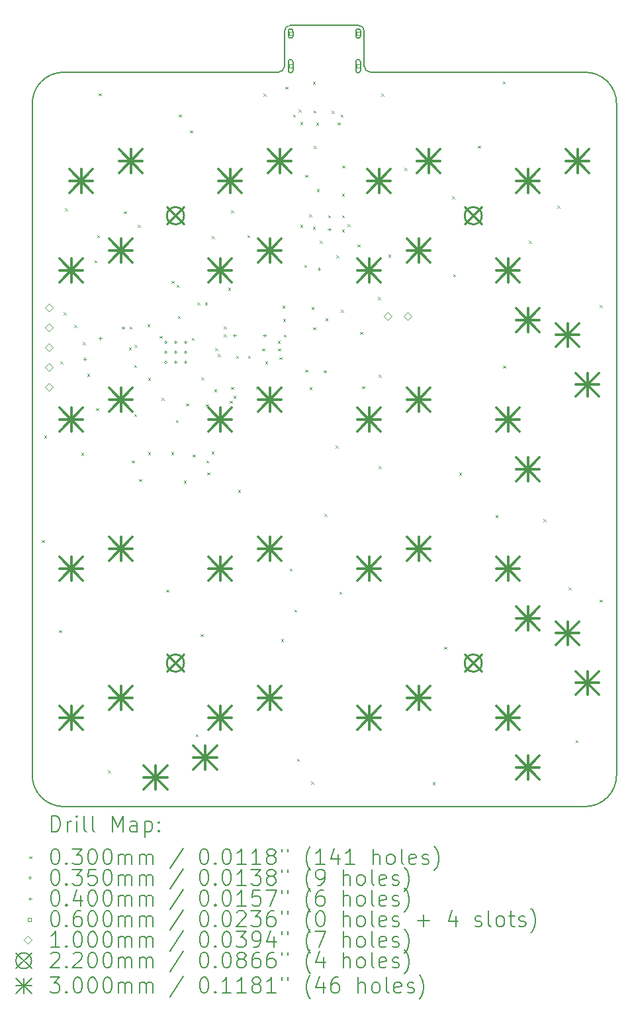
<source format=gbr>
%FSLAX45Y45*%
G04 Gerber Fmt 4.5, Leading zero omitted, Abs format (unit mm)*
G04 Created by KiCad (PCBNEW (6.0.6)) date 2022-08-17 22:13:00*
%MOMM*%
%LPD*%
G01*
G04 APERTURE LIST*
%TA.AperFunction,Profile*%
%ADD10C,0.200000*%
%TD*%
%ADD11C,0.200000*%
%ADD12C,0.030000*%
%ADD13C,0.035000*%
%ADD14C,0.040000*%
%ADD15C,0.060000*%
%ADD16C,0.100000*%
%ADD17C,0.220000*%
%ADD18C,0.300000*%
G04 APERTURE END LIST*
D10*
X6629375Y-4711255D02*
G75*
G03*
X6554375Y-4786250I-5J-74995D01*
G01*
X3726875Y-14691250D02*
X10401875Y-14691250D01*
X10401875Y-14691255D02*
G75*
G03*
X10801875Y-14291250I-5J400005D01*
G01*
X7499375Y-4711250D02*
X6629375Y-4711250D01*
X7574375Y-5231250D02*
X7574375Y-4786250D01*
X6474375Y-5311245D02*
G75*
G03*
X6554375Y-5231250I5J79995D01*
G01*
X7574380Y-5231250D02*
G75*
G03*
X7654375Y-5311250I80000J0D01*
G01*
X10801880Y-5711250D02*
G75*
G03*
X10401875Y-5311250I-400000J0D01*
G01*
X3326875Y-5711250D02*
X3326875Y-14291250D01*
X10801875Y-14291250D02*
X10801875Y-5711250D01*
X10401875Y-5311250D02*
X7654375Y-5311250D01*
X6554375Y-4786250D02*
X6554375Y-5231250D01*
X3326875Y-14291250D02*
G75*
G03*
X3726875Y-14691250I400000J0D01*
G01*
X6474375Y-5311250D02*
X3726875Y-5311250D01*
X7574370Y-4786250D02*
G75*
G03*
X7499375Y-4711250I-75000J0D01*
G01*
X3726875Y-5311250D02*
G75*
G03*
X3326875Y-5711250I0J-400000D01*
G01*
D11*
D12*
X3448875Y-11288250D02*
X3478875Y-11318250D01*
X3478875Y-11288250D02*
X3448875Y-11318250D01*
X3479000Y-9951000D02*
X3509000Y-9981000D01*
X3509000Y-9951000D02*
X3479000Y-9981000D01*
X3669000Y-12438000D02*
X3699000Y-12468000D01*
X3699000Y-12438000D02*
X3669000Y-12468000D01*
X3687000Y-9003000D02*
X3717000Y-9033000D01*
X3717000Y-9003000D02*
X3687000Y-9033000D01*
X3728000Y-8376000D02*
X3758000Y-8406000D01*
X3758000Y-8376000D02*
X3728000Y-8406000D01*
X3746000Y-7050000D02*
X3776000Y-7080000D01*
X3776000Y-7050000D02*
X3746000Y-7080000D01*
X3866000Y-8538000D02*
X3896000Y-8568000D01*
X3896000Y-8538000D02*
X3866000Y-8568000D01*
X3952875Y-10173250D02*
X3982875Y-10203250D01*
X3982875Y-10173250D02*
X3952875Y-10203250D01*
X3975000Y-8759000D02*
X4005000Y-8789000D01*
X4005000Y-8759000D02*
X3975000Y-8789000D01*
X4031000Y-9167000D02*
X4061000Y-9197000D01*
X4061000Y-9167000D02*
X4031000Y-9197000D01*
X4121000Y-7713000D02*
X4151000Y-7743000D01*
X4151000Y-7713000D02*
X4121000Y-7743000D01*
X4142000Y-9600000D02*
X4172000Y-9630000D01*
X4172000Y-9600000D02*
X4142000Y-9630000D01*
X4156000Y-7391000D02*
X4186000Y-7421000D01*
X4186000Y-7391000D02*
X4156000Y-7421000D01*
X4177000Y-5578000D02*
X4207000Y-5608000D01*
X4207000Y-5578000D02*
X4177000Y-5608000D01*
X4296875Y-14230250D02*
X4326875Y-14260250D01*
X4326875Y-14230250D02*
X4296875Y-14260250D01*
X4473000Y-8562000D02*
X4503000Y-8592000D01*
X4503000Y-8562000D02*
X4473000Y-8592000D01*
X4501000Y-7086000D02*
X4531000Y-7116000D01*
X4531000Y-7086000D02*
X4501000Y-7116000D01*
X4562875Y-8825250D02*
X4592875Y-8855250D01*
X4592875Y-8825250D02*
X4562875Y-8855250D01*
X4573000Y-8562000D02*
X4603000Y-8592000D01*
X4603000Y-8562000D02*
X4573000Y-8592000D01*
X4602000Y-10272000D02*
X4632000Y-10302000D01*
X4632000Y-10272000D02*
X4602000Y-10302000D01*
X4629000Y-9677000D02*
X4659000Y-9707000D01*
X4659000Y-9677000D02*
X4629000Y-9707000D01*
X4632000Y-9051000D02*
X4662000Y-9081000D01*
X4662000Y-9051000D02*
X4632000Y-9081000D01*
X4636875Y-8793250D02*
X4666875Y-8823250D01*
X4666875Y-8793250D02*
X4636875Y-8823250D01*
X4678000Y-7260250D02*
X4708000Y-7290250D01*
X4708000Y-7260250D02*
X4678000Y-7290250D01*
X4694000Y-10506000D02*
X4724000Y-10536000D01*
X4724000Y-10506000D02*
X4694000Y-10536000D01*
X4800000Y-8531000D02*
X4830000Y-8561000D01*
X4830000Y-8531000D02*
X4800000Y-8561000D01*
X4807000Y-9217000D02*
X4837000Y-9247000D01*
X4837000Y-9217000D02*
X4807000Y-9247000D01*
X4808000Y-10166000D02*
X4838000Y-10196000D01*
X4838000Y-10166000D02*
X4808000Y-10196000D01*
X4958375Y-8676781D02*
X4988375Y-8706781D01*
X4988375Y-8676781D02*
X4958375Y-8706781D01*
X4984000Y-9469000D02*
X5014000Y-9499000D01*
X5014000Y-9469000D02*
X4984000Y-9499000D01*
X5040000Y-11922000D02*
X5070000Y-11952000D01*
X5070000Y-11922000D02*
X5040000Y-11952000D01*
X5106000Y-10166000D02*
X5136000Y-10196000D01*
X5136000Y-10166000D02*
X5106000Y-10196000D01*
X5108000Y-7977000D02*
X5138000Y-8007000D01*
X5138000Y-7977000D02*
X5108000Y-8007000D01*
X5165000Y-9755000D02*
X5195000Y-9785000D01*
X5195000Y-9755000D02*
X5165000Y-9785000D01*
X5174000Y-8025000D02*
X5204000Y-8055000D01*
X5204000Y-8025000D02*
X5174000Y-8055000D01*
X5189000Y-8426000D02*
X5219000Y-8456000D01*
X5219000Y-8426000D02*
X5189000Y-8456000D01*
X5200500Y-5852500D02*
X5230500Y-5882500D01*
X5230500Y-5852500D02*
X5200500Y-5882500D01*
X5265000Y-10528000D02*
X5295000Y-10558000D01*
X5295000Y-10528000D02*
X5265000Y-10558000D01*
X5293000Y-9543000D02*
X5323000Y-9573000D01*
X5323000Y-9543000D02*
X5293000Y-9573000D01*
X5345000Y-6054000D02*
X5375000Y-6084000D01*
X5375000Y-6054000D02*
X5345000Y-6084000D01*
X5366375Y-8703781D02*
X5396375Y-8733781D01*
X5396375Y-8703781D02*
X5366375Y-8733781D01*
X5381000Y-10193000D02*
X5411000Y-10223000D01*
X5411000Y-10193000D02*
X5381000Y-10223000D01*
X5419875Y-13767250D02*
X5449875Y-13797250D01*
X5449875Y-13767250D02*
X5419875Y-13797250D01*
X5437000Y-8250000D02*
X5467000Y-8280000D01*
X5467000Y-8250000D02*
X5437000Y-8280000D01*
X5480000Y-12489000D02*
X5510000Y-12519000D01*
X5510000Y-12489000D02*
X5480000Y-12519000D01*
X5491000Y-9209000D02*
X5521000Y-9239000D01*
X5521000Y-9209000D02*
X5491000Y-9239000D01*
X5538000Y-8250000D02*
X5568000Y-8280000D01*
X5568000Y-8250000D02*
X5538000Y-8280000D01*
X5548000Y-9549000D02*
X5578000Y-9579000D01*
X5578000Y-9549000D02*
X5548000Y-9579000D01*
X5552000Y-10272000D02*
X5582000Y-10302000D01*
X5582000Y-10272000D02*
X5552000Y-10302000D01*
X5567000Y-10421000D02*
X5597000Y-10451000D01*
X5597000Y-10421000D02*
X5567000Y-10451000D01*
X5621000Y-10156000D02*
X5651000Y-10186000D01*
X5651000Y-10156000D02*
X5621000Y-10186000D01*
X5627000Y-7403000D02*
X5657000Y-7433000D01*
X5657000Y-7403000D02*
X5627000Y-7433000D01*
X5657000Y-9358000D02*
X5687000Y-9388000D01*
X5687000Y-9358000D02*
X5657000Y-9388000D01*
X5666875Y-8834000D02*
X5696875Y-8864000D01*
X5696875Y-8834000D02*
X5666875Y-8864000D01*
X5700875Y-8911000D02*
X5730875Y-8941000D01*
X5730875Y-8911000D02*
X5700875Y-8941000D01*
X5780000Y-8555000D02*
X5810000Y-8585000D01*
X5810000Y-8555000D02*
X5780000Y-8585000D01*
X5780000Y-8657000D02*
X5810000Y-8687000D01*
X5810000Y-8657000D02*
X5780000Y-8687000D01*
X5832000Y-8065000D02*
X5862000Y-8095000D01*
X5862000Y-8065000D02*
X5832000Y-8095000D01*
X5853000Y-9510000D02*
X5883000Y-9540000D01*
X5883000Y-9510000D02*
X5853000Y-9540000D01*
X5871000Y-7074000D02*
X5901000Y-7104000D01*
X5901000Y-7074000D02*
X5871000Y-7104000D01*
X5872000Y-9332000D02*
X5902000Y-9362000D01*
X5902000Y-9332000D02*
X5872000Y-9362000D01*
X5901000Y-9445000D02*
X5931000Y-9475000D01*
X5931000Y-9445000D02*
X5901000Y-9475000D01*
X5933000Y-8933000D02*
X5963000Y-8963000D01*
X5963000Y-8933000D02*
X5933000Y-8963000D01*
X5960875Y-10645250D02*
X5990875Y-10675250D01*
X5990875Y-10645250D02*
X5960875Y-10675250D01*
X6079000Y-7393000D02*
X6109000Y-7423000D01*
X6109000Y-7393000D02*
X6079000Y-7423000D01*
X6087875Y-8934250D02*
X6117875Y-8964250D01*
X6117875Y-8934250D02*
X6087875Y-8964250D01*
X6187000Y-9332000D02*
X6217000Y-9362000D01*
X6217000Y-9332000D02*
X6187000Y-9362000D01*
X6266875Y-8838250D02*
X6296875Y-8868250D01*
X6296875Y-8838250D02*
X6266875Y-8868250D01*
X6288000Y-5583000D02*
X6318000Y-5613000D01*
X6318000Y-5583000D02*
X6288000Y-5613000D01*
X6308250Y-9003000D02*
X6338250Y-9033000D01*
X6338250Y-9003000D02*
X6308250Y-9033000D01*
X6467250Y-8742000D02*
X6497250Y-8772000D01*
X6497250Y-8742000D02*
X6467250Y-8772000D01*
X6471250Y-8838000D02*
X6501250Y-8868000D01*
X6501250Y-8838000D02*
X6471250Y-8868000D01*
X6490000Y-8949000D02*
X6520000Y-8979000D01*
X6520000Y-8949000D02*
X6490000Y-8979000D01*
X6509875Y-12551250D02*
X6539875Y-12581250D01*
X6539875Y-12551250D02*
X6509875Y-12581250D01*
X6526000Y-8294000D02*
X6556000Y-8324000D01*
X6556000Y-8294000D02*
X6526000Y-8324000D01*
X6535000Y-8461000D02*
X6565000Y-8491000D01*
X6565000Y-8461000D02*
X6535000Y-8491000D01*
X6544000Y-8661000D02*
X6574000Y-8691000D01*
X6574000Y-8661000D02*
X6544000Y-8691000D01*
X6565000Y-5493875D02*
X6595000Y-5523875D01*
X6595000Y-5493875D02*
X6565000Y-5523875D01*
X6622000Y-11652000D02*
X6652000Y-11682000D01*
X6652000Y-11652000D02*
X6622000Y-11682000D01*
X6661000Y-5852000D02*
X6691000Y-5882000D01*
X6691000Y-5852000D02*
X6661000Y-5882000D01*
X6678750Y-12177250D02*
X6708750Y-12207250D01*
X6708750Y-12177250D02*
X6678750Y-12207250D01*
X6714750Y-14082250D02*
X6744750Y-14112250D01*
X6744750Y-14082250D02*
X6714750Y-14112250D01*
X6733000Y-5788000D02*
X6763000Y-5818000D01*
X6763000Y-5788000D02*
X6733000Y-5818000D01*
X6754000Y-7260000D02*
X6784000Y-7290000D01*
X6784000Y-7260000D02*
X6754000Y-7290000D01*
X6757000Y-5950000D02*
X6787000Y-5980000D01*
X6787000Y-5950000D02*
X6757000Y-5980000D01*
X6805000Y-7772000D02*
X6835000Y-7802000D01*
X6835000Y-7772000D02*
X6805000Y-7802000D01*
X6818000Y-6621000D02*
X6848000Y-6651000D01*
X6848000Y-6621000D02*
X6818000Y-6651000D01*
X6820000Y-9111000D02*
X6850000Y-9141000D01*
X6850000Y-9111000D02*
X6820000Y-9141000D01*
X6868000Y-7124000D02*
X6898000Y-7154000D01*
X6898000Y-7124000D02*
X6868000Y-7154000D01*
X6874000Y-9334000D02*
X6904000Y-9364000D01*
X6904000Y-9334000D02*
X6874000Y-9364000D01*
X6893875Y-14371250D02*
X6923875Y-14401250D01*
X6923875Y-14371250D02*
X6893875Y-14401250D01*
X6899000Y-8312000D02*
X6929000Y-8342000D01*
X6929000Y-8312000D02*
X6899000Y-8342000D01*
X6916000Y-5432875D02*
X6946000Y-5462875D01*
X6946000Y-5432875D02*
X6916000Y-5462875D01*
X6918000Y-7285000D02*
X6948000Y-7315000D01*
X6948000Y-7285000D02*
X6918000Y-7315000D01*
X6921000Y-8568000D02*
X6951000Y-8598000D01*
X6951000Y-8568000D02*
X6921000Y-8598000D01*
X6925000Y-5801000D02*
X6955000Y-5831000D01*
X6955000Y-5801000D02*
X6925000Y-5831000D01*
X6928000Y-6253000D02*
X6958000Y-6283000D01*
X6958000Y-6253000D02*
X6928000Y-6283000D01*
X6958000Y-5955000D02*
X6988000Y-5985000D01*
X6988000Y-5955000D02*
X6958000Y-5985000D01*
X6967000Y-6805000D02*
X6997000Y-6835000D01*
X6997000Y-6805000D02*
X6967000Y-6835000D01*
X7007000Y-7465000D02*
X7037000Y-7495000D01*
X7037000Y-7465000D02*
X7007000Y-7495000D01*
X7058000Y-9120000D02*
X7088000Y-9150000D01*
X7088000Y-9120000D02*
X7058000Y-9150000D01*
X7066875Y-10950250D02*
X7096875Y-10980250D01*
X7096875Y-10950250D02*
X7066875Y-10980250D01*
X7076000Y-8455000D02*
X7106000Y-8485000D01*
X7106000Y-8455000D02*
X7076000Y-8485000D01*
X7113000Y-7136000D02*
X7143000Y-7166000D01*
X7143000Y-7136000D02*
X7113000Y-7166000D01*
X7158000Y-5804000D02*
X7188000Y-5834000D01*
X7188000Y-5804000D02*
X7158000Y-5834000D01*
X7209000Y-10080000D02*
X7239000Y-10110000D01*
X7239000Y-10080000D02*
X7209000Y-10110000D01*
X7217000Y-7652000D02*
X7247000Y-7682000D01*
X7247000Y-7652000D02*
X7217000Y-7682000D01*
X7236000Y-5951000D02*
X7266000Y-5981000D01*
X7266000Y-5951000D02*
X7236000Y-5981000D01*
X7255000Y-11945000D02*
X7285000Y-11975000D01*
X7285000Y-11945000D02*
X7255000Y-11975000D01*
X7271000Y-5852000D02*
X7301000Y-5882000D01*
X7301000Y-5852000D02*
X7271000Y-5882000D01*
X7275000Y-8343000D02*
X7305000Y-8373000D01*
X7305000Y-8343000D02*
X7275000Y-8373000D01*
X7290000Y-7137000D02*
X7320000Y-7167000D01*
X7320000Y-7137000D02*
X7290000Y-7167000D01*
X7291000Y-6861000D02*
X7321000Y-6891000D01*
X7321000Y-6861000D02*
X7291000Y-6891000D01*
X7291000Y-7319000D02*
X7321000Y-7349000D01*
X7321000Y-7319000D02*
X7291000Y-7349000D01*
X7295000Y-6504000D02*
X7325000Y-6534000D01*
X7325000Y-6504000D02*
X7295000Y-6534000D01*
X7359875Y-7253250D02*
X7389875Y-7283250D01*
X7389875Y-7253250D02*
X7359875Y-7283250D01*
X7488000Y-7509000D02*
X7518000Y-7539000D01*
X7518000Y-7509000D02*
X7488000Y-7539000D01*
X7520000Y-8626000D02*
X7550000Y-8656000D01*
X7550000Y-8626000D02*
X7520000Y-8656000D01*
X7549000Y-9322000D02*
X7579000Y-9352000D01*
X7579000Y-9322000D02*
X7549000Y-9352000D01*
X7749000Y-8185000D02*
X7779000Y-8215000D01*
X7779000Y-8185000D02*
X7749000Y-8215000D01*
X7757875Y-10340250D02*
X7787875Y-10370250D01*
X7787875Y-10340250D02*
X7757875Y-10370250D01*
X7758000Y-9174000D02*
X7788000Y-9204000D01*
X7788000Y-9174000D02*
X7758000Y-9204000D01*
X7792000Y-5583000D02*
X7822000Y-5613000D01*
X7822000Y-5583000D02*
X7792000Y-5613000D01*
X7882000Y-7642000D02*
X7912000Y-7672000D01*
X7912000Y-7642000D02*
X7882000Y-7672000D01*
X8090000Y-6534000D02*
X8120000Y-6564000D01*
X8120000Y-6534000D02*
X8090000Y-6564000D01*
X8447875Y-14379250D02*
X8477875Y-14409250D01*
X8477875Y-14379250D02*
X8447875Y-14409250D01*
X8597000Y-12649000D02*
X8627000Y-12679000D01*
X8627000Y-12649000D02*
X8597000Y-12679000D01*
X8701000Y-6898000D02*
X8731000Y-6928000D01*
X8731000Y-6898000D02*
X8701000Y-6928000D01*
X8713000Y-7892000D02*
X8743000Y-7922000D01*
X8743000Y-7892000D02*
X8713000Y-7922000D01*
X8787875Y-10425250D02*
X8817875Y-10455250D01*
X8817875Y-10425250D02*
X8787875Y-10455250D01*
X9026875Y-6249250D02*
X9056875Y-6279250D01*
X9056875Y-6249250D02*
X9026875Y-6279250D01*
X9253000Y-10968000D02*
X9283000Y-10998000D01*
X9283000Y-10968000D02*
X9253000Y-10998000D01*
X9346875Y-5427250D02*
X9376875Y-5457250D01*
X9376875Y-5427250D02*
X9346875Y-5457250D01*
X9352875Y-9058250D02*
X9382875Y-9088250D01*
X9382875Y-9058250D02*
X9352875Y-9088250D01*
X9682000Y-7462000D02*
X9712000Y-7492000D01*
X9712000Y-7462000D02*
X9682000Y-7492000D01*
X9867875Y-11021250D02*
X9897875Y-11051250D01*
X9897875Y-11021250D02*
X9867875Y-11051250D01*
X10045000Y-7016000D02*
X10075000Y-7046000D01*
X10075000Y-7016000D02*
X10045000Y-7046000D01*
X10187000Y-11891000D02*
X10217000Y-11921000D01*
X10217000Y-11891000D02*
X10187000Y-11921000D01*
X10278000Y-13844000D02*
X10308000Y-13874000D01*
X10308000Y-13844000D02*
X10278000Y-13874000D01*
X10585000Y-8283000D02*
X10615000Y-8313000D01*
X10615000Y-8283000D02*
X10585000Y-8313000D01*
X10586000Y-12050000D02*
X10616000Y-12080000D01*
X10616000Y-12050000D02*
X10586000Y-12080000D01*
D13*
X5049875Y-8761500D02*
G75*
G03*
X5049875Y-8761500I-17500J0D01*
G01*
X5049875Y-8889000D02*
G75*
G03*
X5049875Y-8889000I-17500J0D01*
G01*
X5049875Y-9016500D02*
G75*
G03*
X5049875Y-9016500I-17500J0D01*
G01*
X5177375Y-8761500D02*
G75*
G03*
X5177375Y-8761500I-17500J0D01*
G01*
X5177375Y-8889000D02*
G75*
G03*
X5177375Y-8889000I-17500J0D01*
G01*
X5177375Y-9016500D02*
G75*
G03*
X5177375Y-9016500I-17500J0D01*
G01*
X5304875Y-8761500D02*
G75*
G03*
X5304875Y-8761500I-17500J0D01*
G01*
X5304875Y-8889000D02*
G75*
G03*
X5304875Y-8889000I-17500J0D01*
G01*
X5304875Y-9016500D02*
G75*
G03*
X5304875Y-9016500I-17500J0D01*
G01*
D14*
X3999000Y-8954000D02*
X3999000Y-8994000D01*
X3979000Y-8974000D02*
X4019000Y-8974000D01*
X4194000Y-8688000D02*
X4194000Y-8728000D01*
X4174000Y-8708000D02*
X4214000Y-8708000D01*
X5913000Y-8652000D02*
X5913000Y-8692000D01*
X5893000Y-8672000D02*
X5933000Y-8672000D01*
X6299000Y-8653000D02*
X6299000Y-8693000D01*
X6279000Y-8673000D02*
X6319000Y-8673000D01*
X6995000Y-7803000D02*
X6995000Y-7843000D01*
X6975000Y-7823000D02*
X7015000Y-7823000D01*
X7128000Y-7299000D02*
X7128000Y-7339000D01*
X7108000Y-7319000D02*
X7148000Y-7319000D01*
D15*
X6653588Y-4837463D02*
X6653588Y-4795037D01*
X6611162Y-4795037D01*
X6611162Y-4837463D01*
X6653588Y-4837463D01*
D11*
X6602375Y-4786250D02*
X6602375Y-4846250D01*
X6662375Y-4786250D02*
X6662375Y-4846250D01*
X6602375Y-4846250D02*
G75*
G03*
X6662375Y-4846250I30000J0D01*
G01*
X6662375Y-4786250D02*
G75*
G03*
X6602375Y-4786250I-30000J0D01*
G01*
D15*
X6653588Y-5255463D02*
X6653588Y-5213037D01*
X6611162Y-5213037D01*
X6611162Y-5255463D01*
X6653588Y-5255463D01*
D11*
X6602375Y-5179250D02*
X6602375Y-5289250D01*
X6662375Y-5179250D02*
X6662375Y-5289250D01*
X6602375Y-5289250D02*
G75*
G03*
X6662375Y-5289250I30000J0D01*
G01*
X6662375Y-5179250D02*
G75*
G03*
X6602375Y-5179250I-30000J0D01*
G01*
D15*
X7517588Y-4837463D02*
X7517588Y-4795037D01*
X7475162Y-4795037D01*
X7475162Y-4837463D01*
X7517588Y-4837463D01*
D11*
X7466375Y-4786250D02*
X7466375Y-4846250D01*
X7526375Y-4786250D02*
X7526375Y-4846250D01*
X7466375Y-4846250D02*
G75*
G03*
X7526375Y-4846250I30000J0D01*
G01*
X7526375Y-4786250D02*
G75*
G03*
X7466375Y-4786250I-30000J0D01*
G01*
D15*
X7517588Y-5255463D02*
X7517588Y-5213037D01*
X7475162Y-5213037D01*
X7475162Y-5255463D01*
X7517588Y-5255463D01*
D11*
X7466375Y-5179250D02*
X7466375Y-5289250D01*
X7526375Y-5179250D02*
X7526375Y-5289250D01*
X7466375Y-5289250D02*
G75*
G03*
X7526375Y-5289250I30000J0D01*
G01*
X7526375Y-5179250D02*
G75*
G03*
X7466375Y-5179250I-30000J0D01*
G01*
D16*
X3542062Y-8367250D02*
X3592062Y-8317250D01*
X3542062Y-8267250D01*
X3492062Y-8317250D01*
X3542062Y-8367250D01*
X3542062Y-8621250D02*
X3592062Y-8571250D01*
X3542062Y-8521250D01*
X3492062Y-8571250D01*
X3542062Y-8621250D01*
X3542062Y-8875250D02*
X3592062Y-8825250D01*
X3542062Y-8775250D01*
X3492062Y-8825250D01*
X3542062Y-8875250D01*
X3542062Y-9129250D02*
X3592062Y-9079250D01*
X3542062Y-9029250D01*
X3492062Y-9079250D01*
X3542062Y-9129250D01*
X3542062Y-9383250D02*
X3592062Y-9333250D01*
X3542062Y-9283250D01*
X3492062Y-9333250D01*
X3542062Y-9383250D01*
X7877875Y-8479750D02*
X7927875Y-8429750D01*
X7877875Y-8379750D01*
X7827875Y-8429750D01*
X7877875Y-8479750D01*
X8131875Y-8479750D02*
X8181875Y-8429750D01*
X8131875Y-8379750D01*
X8081875Y-8429750D01*
X8131875Y-8479750D01*
D17*
X5049375Y-7033750D02*
X5269375Y-7253750D01*
X5269375Y-7033750D02*
X5049375Y-7253750D01*
X5269375Y-7143750D02*
G75*
G03*
X5269375Y-7143750I-110000J0D01*
G01*
X5049375Y-12748750D02*
X5269375Y-12968750D01*
X5269375Y-12748750D02*
X5049375Y-12968750D01*
X5269375Y-12858750D02*
G75*
G03*
X5269375Y-12858750I-110000J0D01*
G01*
X8859375Y-7033750D02*
X9079375Y-7253750D01*
X9079375Y-7033750D02*
X8859375Y-7253750D01*
X9079375Y-7143750D02*
G75*
G03*
X9079375Y-7143750I-110000J0D01*
G01*
X8859375Y-12748750D02*
X9079375Y-12968750D01*
X9079375Y-12748750D02*
X8859375Y-12968750D01*
X9079375Y-12858750D02*
G75*
G03*
X9079375Y-12858750I-110000J0D01*
G01*
D18*
X3675875Y-7692250D02*
X3975875Y-7992250D01*
X3975875Y-7692250D02*
X3675875Y-7992250D01*
X3825875Y-7692250D02*
X3825875Y-7992250D01*
X3675875Y-7842250D02*
X3975875Y-7842250D01*
X3675875Y-9597250D02*
X3975875Y-9897250D01*
X3975875Y-9597250D02*
X3675875Y-9897250D01*
X3825875Y-9597250D02*
X3825875Y-9897250D01*
X3675875Y-9747250D02*
X3975875Y-9747250D01*
X3675875Y-11502250D02*
X3975875Y-11802250D01*
X3975875Y-11502250D02*
X3675875Y-11802250D01*
X3825875Y-11502250D02*
X3825875Y-11802250D01*
X3675875Y-11652250D02*
X3975875Y-11652250D01*
X3675875Y-13407250D02*
X3975875Y-13707250D01*
X3975875Y-13407250D02*
X3675875Y-13707250D01*
X3825875Y-13407250D02*
X3825875Y-13707250D01*
X3675875Y-13557250D02*
X3975875Y-13557250D01*
X3802875Y-6549250D02*
X4102875Y-6849250D01*
X4102875Y-6549250D02*
X3802875Y-6849250D01*
X3952875Y-6549250D02*
X3952875Y-6849250D01*
X3802875Y-6699250D02*
X4102875Y-6699250D01*
X4310875Y-7438250D02*
X4610875Y-7738250D01*
X4610875Y-7438250D02*
X4310875Y-7738250D01*
X4460875Y-7438250D02*
X4460875Y-7738250D01*
X4310875Y-7588250D02*
X4610875Y-7588250D01*
X4310875Y-9343250D02*
X4610875Y-9643250D01*
X4610875Y-9343250D02*
X4310875Y-9643250D01*
X4460875Y-9343250D02*
X4460875Y-9643250D01*
X4310875Y-9493250D02*
X4610875Y-9493250D01*
X4310875Y-11248250D02*
X4610875Y-11548250D01*
X4610875Y-11248250D02*
X4310875Y-11548250D01*
X4460875Y-11248250D02*
X4460875Y-11548250D01*
X4310875Y-11398250D02*
X4610875Y-11398250D01*
X4310875Y-13153250D02*
X4610875Y-13453250D01*
X4610875Y-13153250D02*
X4310875Y-13453250D01*
X4460875Y-13153250D02*
X4460875Y-13453250D01*
X4310875Y-13303250D02*
X4610875Y-13303250D01*
X4437875Y-6295250D02*
X4737875Y-6595250D01*
X4737875Y-6295250D02*
X4437875Y-6595250D01*
X4587875Y-6295250D02*
X4587875Y-6595250D01*
X4437875Y-6445250D02*
X4737875Y-6445250D01*
X4755375Y-14169250D02*
X5055375Y-14469250D01*
X5055375Y-14169250D02*
X4755375Y-14469250D01*
X4905375Y-14169250D02*
X4905375Y-14469250D01*
X4755375Y-14319250D02*
X5055375Y-14319250D01*
X5390375Y-13915250D02*
X5690375Y-14215250D01*
X5690375Y-13915250D02*
X5390375Y-14215250D01*
X5540375Y-13915250D02*
X5540375Y-14215250D01*
X5390375Y-14065250D02*
X5690375Y-14065250D01*
X5580875Y-7692250D02*
X5880875Y-7992250D01*
X5880875Y-7692250D02*
X5580875Y-7992250D01*
X5730875Y-7692250D02*
X5730875Y-7992250D01*
X5580875Y-7842250D02*
X5880875Y-7842250D01*
X5580875Y-9597250D02*
X5880875Y-9897250D01*
X5880875Y-9597250D02*
X5580875Y-9897250D01*
X5730875Y-9597250D02*
X5730875Y-9897250D01*
X5580875Y-9747250D02*
X5880875Y-9747250D01*
X5580875Y-11502250D02*
X5880875Y-11802250D01*
X5880875Y-11502250D02*
X5580875Y-11802250D01*
X5730875Y-11502250D02*
X5730875Y-11802250D01*
X5580875Y-11652250D02*
X5880875Y-11652250D01*
X5580875Y-13407250D02*
X5880875Y-13707250D01*
X5880875Y-13407250D02*
X5580875Y-13707250D01*
X5730875Y-13407250D02*
X5730875Y-13707250D01*
X5580875Y-13557250D02*
X5880875Y-13557250D01*
X5707875Y-6549250D02*
X6007875Y-6849250D01*
X6007875Y-6549250D02*
X5707875Y-6849250D01*
X5857875Y-6549250D02*
X5857875Y-6849250D01*
X5707875Y-6699250D02*
X6007875Y-6699250D01*
X6215875Y-7438250D02*
X6515875Y-7738250D01*
X6515875Y-7438250D02*
X6215875Y-7738250D01*
X6365875Y-7438250D02*
X6365875Y-7738250D01*
X6215875Y-7588250D02*
X6515875Y-7588250D01*
X6215875Y-9343250D02*
X6515875Y-9643250D01*
X6515875Y-9343250D02*
X6215875Y-9643250D01*
X6365875Y-9343250D02*
X6365875Y-9643250D01*
X6215875Y-9493250D02*
X6515875Y-9493250D01*
X6215875Y-11248250D02*
X6515875Y-11548250D01*
X6515875Y-11248250D02*
X6215875Y-11548250D01*
X6365875Y-11248250D02*
X6365875Y-11548250D01*
X6215875Y-11398250D02*
X6515875Y-11398250D01*
X6215875Y-13153250D02*
X6515875Y-13453250D01*
X6515875Y-13153250D02*
X6215875Y-13453250D01*
X6365875Y-13153250D02*
X6365875Y-13453250D01*
X6215875Y-13303250D02*
X6515875Y-13303250D01*
X6342875Y-6295250D02*
X6642875Y-6595250D01*
X6642875Y-6295250D02*
X6342875Y-6595250D01*
X6492875Y-6295250D02*
X6492875Y-6595250D01*
X6342875Y-6445250D02*
X6642875Y-6445250D01*
X7485875Y-7692250D02*
X7785875Y-7992250D01*
X7785875Y-7692250D02*
X7485875Y-7992250D01*
X7635875Y-7692250D02*
X7635875Y-7992250D01*
X7485875Y-7842250D02*
X7785875Y-7842250D01*
X7485875Y-9597250D02*
X7785875Y-9897250D01*
X7785875Y-9597250D02*
X7485875Y-9897250D01*
X7635875Y-9597250D02*
X7635875Y-9897250D01*
X7485875Y-9747250D02*
X7785875Y-9747250D01*
X7485875Y-11502250D02*
X7785875Y-11802250D01*
X7785875Y-11502250D02*
X7485875Y-11802250D01*
X7635875Y-11502250D02*
X7635875Y-11802250D01*
X7485875Y-11652250D02*
X7785875Y-11652250D01*
X7485875Y-13407250D02*
X7785875Y-13707250D01*
X7785875Y-13407250D02*
X7485875Y-13707250D01*
X7635875Y-13407250D02*
X7635875Y-13707250D01*
X7485875Y-13557250D02*
X7785875Y-13557250D01*
X7612875Y-6549250D02*
X7912875Y-6849250D01*
X7912875Y-6549250D02*
X7612875Y-6849250D01*
X7762875Y-6549250D02*
X7762875Y-6849250D01*
X7612875Y-6699250D02*
X7912875Y-6699250D01*
X8120875Y-7438250D02*
X8420875Y-7738250D01*
X8420875Y-7438250D02*
X8120875Y-7738250D01*
X8270875Y-7438250D02*
X8270875Y-7738250D01*
X8120875Y-7588250D02*
X8420875Y-7588250D01*
X8120875Y-9343250D02*
X8420875Y-9643250D01*
X8420875Y-9343250D02*
X8120875Y-9643250D01*
X8270875Y-9343250D02*
X8270875Y-9643250D01*
X8120875Y-9493250D02*
X8420875Y-9493250D01*
X8120875Y-11248250D02*
X8420875Y-11548250D01*
X8420875Y-11248250D02*
X8120875Y-11548250D01*
X8270875Y-11248250D02*
X8270875Y-11548250D01*
X8120875Y-11398250D02*
X8420875Y-11398250D01*
X8120875Y-13153250D02*
X8420875Y-13453250D01*
X8420875Y-13153250D02*
X8120875Y-13453250D01*
X8270875Y-13153250D02*
X8270875Y-13453250D01*
X8120875Y-13303250D02*
X8420875Y-13303250D01*
X8247875Y-6295250D02*
X8547875Y-6595250D01*
X8547875Y-6295250D02*
X8247875Y-6595250D01*
X8397875Y-6295250D02*
X8397875Y-6595250D01*
X8247875Y-6445250D02*
X8547875Y-6445250D01*
X9263875Y-7692250D02*
X9563875Y-7992250D01*
X9563875Y-7692250D02*
X9263875Y-7992250D01*
X9413875Y-7692250D02*
X9413875Y-7992250D01*
X9263875Y-7842250D02*
X9563875Y-7842250D01*
X9263875Y-9597250D02*
X9563875Y-9897250D01*
X9563875Y-9597250D02*
X9263875Y-9897250D01*
X9413875Y-9597250D02*
X9413875Y-9897250D01*
X9263875Y-9747250D02*
X9563875Y-9747250D01*
X9263875Y-11502250D02*
X9563875Y-11802250D01*
X9563875Y-11502250D02*
X9263875Y-11802250D01*
X9413875Y-11502250D02*
X9413875Y-11802250D01*
X9263875Y-11652250D02*
X9563875Y-11652250D01*
X9263875Y-13407250D02*
X9563875Y-13707250D01*
X9563875Y-13407250D02*
X9263875Y-13707250D01*
X9413875Y-13407250D02*
X9413875Y-13707250D01*
X9263875Y-13557250D02*
X9563875Y-13557250D01*
X9517875Y-6549250D02*
X9817875Y-6849250D01*
X9817875Y-6549250D02*
X9517875Y-6849250D01*
X9667875Y-6549250D02*
X9667875Y-6849250D01*
X9517875Y-6699250D02*
X9817875Y-6699250D01*
X9517875Y-8327250D02*
X9817875Y-8627250D01*
X9817875Y-8327250D02*
X9517875Y-8627250D01*
X9667875Y-8327250D02*
X9667875Y-8627250D01*
X9517875Y-8477250D02*
X9817875Y-8477250D01*
X9517875Y-10232250D02*
X9817875Y-10532250D01*
X9817875Y-10232250D02*
X9517875Y-10532250D01*
X9667875Y-10232250D02*
X9667875Y-10532250D01*
X9517875Y-10382250D02*
X9817875Y-10382250D01*
X9517875Y-12137250D02*
X9817875Y-12437250D01*
X9817875Y-12137250D02*
X9517875Y-12437250D01*
X9667875Y-12137250D02*
X9667875Y-12437250D01*
X9517875Y-12287250D02*
X9817875Y-12287250D01*
X9517875Y-14042250D02*
X9817875Y-14342250D01*
X9817875Y-14042250D02*
X9517875Y-14342250D01*
X9667875Y-14042250D02*
X9667875Y-14342250D01*
X9517875Y-14192250D02*
X9817875Y-14192250D01*
X10025875Y-8517750D02*
X10325875Y-8817750D01*
X10325875Y-8517750D02*
X10025875Y-8817750D01*
X10175875Y-8517750D02*
X10175875Y-8817750D01*
X10025875Y-8667750D02*
X10325875Y-8667750D01*
X10025875Y-12327750D02*
X10325875Y-12627750D01*
X10325875Y-12327750D02*
X10025875Y-12627750D01*
X10175875Y-12327750D02*
X10175875Y-12627750D01*
X10025875Y-12477750D02*
X10325875Y-12477750D01*
X10152875Y-6295250D02*
X10452875Y-6595250D01*
X10452875Y-6295250D02*
X10152875Y-6595250D01*
X10302875Y-6295250D02*
X10302875Y-6595250D01*
X10152875Y-6445250D02*
X10452875Y-6445250D01*
X10279875Y-9152750D02*
X10579875Y-9452750D01*
X10579875Y-9152750D02*
X10279875Y-9452750D01*
X10429875Y-9152750D02*
X10429875Y-9452750D01*
X10279875Y-9302750D02*
X10579875Y-9302750D01*
X10279875Y-12962750D02*
X10579875Y-13262750D01*
X10579875Y-12962750D02*
X10279875Y-13262750D01*
X10429875Y-12962750D02*
X10429875Y-13262750D01*
X10279875Y-13112750D02*
X10579875Y-13112750D01*
D11*
X3574494Y-15011726D02*
X3574494Y-14811726D01*
X3622113Y-14811726D01*
X3650684Y-14821250D01*
X3669732Y-14840298D01*
X3679256Y-14859345D01*
X3688780Y-14897440D01*
X3688780Y-14926012D01*
X3679256Y-14964107D01*
X3669732Y-14983155D01*
X3650684Y-15002202D01*
X3622113Y-15011726D01*
X3574494Y-15011726D01*
X3774494Y-15011726D02*
X3774494Y-14878393D01*
X3774494Y-14916488D02*
X3784018Y-14897440D01*
X3793541Y-14887917D01*
X3812589Y-14878393D01*
X3831637Y-14878393D01*
X3898303Y-15011726D02*
X3898303Y-14878393D01*
X3898303Y-14811726D02*
X3888780Y-14821250D01*
X3898303Y-14830774D01*
X3907827Y-14821250D01*
X3898303Y-14811726D01*
X3898303Y-14830774D01*
X4022113Y-15011726D02*
X4003065Y-15002202D01*
X3993541Y-14983155D01*
X3993541Y-14811726D01*
X4126875Y-15011726D02*
X4107827Y-15002202D01*
X4098303Y-14983155D01*
X4098303Y-14811726D01*
X4355446Y-15011726D02*
X4355446Y-14811726D01*
X4422113Y-14954583D01*
X4488780Y-14811726D01*
X4488780Y-15011726D01*
X4669732Y-15011726D02*
X4669732Y-14906964D01*
X4660208Y-14887917D01*
X4641161Y-14878393D01*
X4603065Y-14878393D01*
X4584018Y-14887917D01*
X4669732Y-15002202D02*
X4650684Y-15011726D01*
X4603065Y-15011726D01*
X4584018Y-15002202D01*
X4574494Y-14983155D01*
X4574494Y-14964107D01*
X4584018Y-14945059D01*
X4603065Y-14935536D01*
X4650684Y-14935536D01*
X4669732Y-14926012D01*
X4764970Y-14878393D02*
X4764970Y-15078393D01*
X4764970Y-14887917D02*
X4784018Y-14878393D01*
X4822113Y-14878393D01*
X4841161Y-14887917D01*
X4850684Y-14897440D01*
X4860208Y-14916488D01*
X4860208Y-14973631D01*
X4850684Y-14992678D01*
X4841161Y-15002202D01*
X4822113Y-15011726D01*
X4784018Y-15011726D01*
X4764970Y-15002202D01*
X4945923Y-14992678D02*
X4955446Y-15002202D01*
X4945923Y-15011726D01*
X4936399Y-15002202D01*
X4945923Y-14992678D01*
X4945923Y-15011726D01*
X4945923Y-14887917D02*
X4955446Y-14897440D01*
X4945923Y-14906964D01*
X4936399Y-14897440D01*
X4945923Y-14887917D01*
X4945923Y-14906964D01*
D12*
X3286875Y-15326250D02*
X3316875Y-15356250D01*
X3316875Y-15326250D02*
X3286875Y-15356250D01*
D11*
X3612589Y-15231726D02*
X3631637Y-15231726D01*
X3650684Y-15241250D01*
X3660208Y-15250774D01*
X3669732Y-15269821D01*
X3679256Y-15307917D01*
X3679256Y-15355536D01*
X3669732Y-15393631D01*
X3660208Y-15412678D01*
X3650684Y-15422202D01*
X3631637Y-15431726D01*
X3612589Y-15431726D01*
X3593541Y-15422202D01*
X3584018Y-15412678D01*
X3574494Y-15393631D01*
X3564970Y-15355536D01*
X3564970Y-15307917D01*
X3574494Y-15269821D01*
X3584018Y-15250774D01*
X3593541Y-15241250D01*
X3612589Y-15231726D01*
X3764970Y-15412678D02*
X3774494Y-15422202D01*
X3764970Y-15431726D01*
X3755446Y-15422202D01*
X3764970Y-15412678D01*
X3764970Y-15431726D01*
X3841161Y-15231726D02*
X3964970Y-15231726D01*
X3898303Y-15307917D01*
X3926875Y-15307917D01*
X3945922Y-15317440D01*
X3955446Y-15326964D01*
X3964970Y-15346012D01*
X3964970Y-15393631D01*
X3955446Y-15412678D01*
X3945922Y-15422202D01*
X3926875Y-15431726D01*
X3869732Y-15431726D01*
X3850684Y-15422202D01*
X3841161Y-15412678D01*
X4088780Y-15231726D02*
X4107827Y-15231726D01*
X4126875Y-15241250D01*
X4136399Y-15250774D01*
X4145922Y-15269821D01*
X4155446Y-15307917D01*
X4155446Y-15355536D01*
X4145922Y-15393631D01*
X4136399Y-15412678D01*
X4126875Y-15422202D01*
X4107827Y-15431726D01*
X4088780Y-15431726D01*
X4069732Y-15422202D01*
X4060208Y-15412678D01*
X4050684Y-15393631D01*
X4041161Y-15355536D01*
X4041161Y-15307917D01*
X4050684Y-15269821D01*
X4060208Y-15250774D01*
X4069732Y-15241250D01*
X4088780Y-15231726D01*
X4279256Y-15231726D02*
X4298303Y-15231726D01*
X4317351Y-15241250D01*
X4326875Y-15250774D01*
X4336399Y-15269821D01*
X4345923Y-15307917D01*
X4345923Y-15355536D01*
X4336399Y-15393631D01*
X4326875Y-15412678D01*
X4317351Y-15422202D01*
X4298303Y-15431726D01*
X4279256Y-15431726D01*
X4260208Y-15422202D01*
X4250684Y-15412678D01*
X4241161Y-15393631D01*
X4231637Y-15355536D01*
X4231637Y-15307917D01*
X4241161Y-15269821D01*
X4250684Y-15250774D01*
X4260208Y-15241250D01*
X4279256Y-15231726D01*
X4431637Y-15431726D02*
X4431637Y-15298393D01*
X4431637Y-15317440D02*
X4441161Y-15307917D01*
X4460208Y-15298393D01*
X4488780Y-15298393D01*
X4507827Y-15307917D01*
X4517351Y-15326964D01*
X4517351Y-15431726D01*
X4517351Y-15326964D02*
X4526875Y-15307917D01*
X4545923Y-15298393D01*
X4574494Y-15298393D01*
X4593542Y-15307917D01*
X4603065Y-15326964D01*
X4603065Y-15431726D01*
X4698303Y-15431726D02*
X4698303Y-15298393D01*
X4698303Y-15317440D02*
X4707827Y-15307917D01*
X4726875Y-15298393D01*
X4755446Y-15298393D01*
X4774494Y-15307917D01*
X4784018Y-15326964D01*
X4784018Y-15431726D01*
X4784018Y-15326964D02*
X4793542Y-15307917D01*
X4812589Y-15298393D01*
X4841161Y-15298393D01*
X4860208Y-15307917D01*
X4869732Y-15326964D01*
X4869732Y-15431726D01*
X5260208Y-15222202D02*
X5088780Y-15479345D01*
X5517351Y-15231726D02*
X5536399Y-15231726D01*
X5555446Y-15241250D01*
X5564970Y-15250774D01*
X5574494Y-15269821D01*
X5584018Y-15307917D01*
X5584018Y-15355536D01*
X5574494Y-15393631D01*
X5564970Y-15412678D01*
X5555446Y-15422202D01*
X5536399Y-15431726D01*
X5517351Y-15431726D01*
X5498303Y-15422202D01*
X5488780Y-15412678D01*
X5479256Y-15393631D01*
X5469732Y-15355536D01*
X5469732Y-15307917D01*
X5479256Y-15269821D01*
X5488780Y-15250774D01*
X5498303Y-15241250D01*
X5517351Y-15231726D01*
X5669732Y-15412678D02*
X5679256Y-15422202D01*
X5669732Y-15431726D01*
X5660208Y-15422202D01*
X5669732Y-15412678D01*
X5669732Y-15431726D01*
X5803065Y-15231726D02*
X5822113Y-15231726D01*
X5841161Y-15241250D01*
X5850684Y-15250774D01*
X5860208Y-15269821D01*
X5869732Y-15307917D01*
X5869732Y-15355536D01*
X5860208Y-15393631D01*
X5850684Y-15412678D01*
X5841161Y-15422202D01*
X5822113Y-15431726D01*
X5803065Y-15431726D01*
X5784018Y-15422202D01*
X5774494Y-15412678D01*
X5764970Y-15393631D01*
X5755446Y-15355536D01*
X5755446Y-15307917D01*
X5764970Y-15269821D01*
X5774494Y-15250774D01*
X5784018Y-15241250D01*
X5803065Y-15231726D01*
X6060208Y-15431726D02*
X5945922Y-15431726D01*
X6003065Y-15431726D02*
X6003065Y-15231726D01*
X5984018Y-15260298D01*
X5964970Y-15279345D01*
X5945922Y-15288869D01*
X6250684Y-15431726D02*
X6136399Y-15431726D01*
X6193541Y-15431726D02*
X6193541Y-15231726D01*
X6174494Y-15260298D01*
X6155446Y-15279345D01*
X6136399Y-15288869D01*
X6364970Y-15317440D02*
X6345922Y-15307917D01*
X6336399Y-15298393D01*
X6326875Y-15279345D01*
X6326875Y-15269821D01*
X6336399Y-15250774D01*
X6345922Y-15241250D01*
X6364970Y-15231726D01*
X6403065Y-15231726D01*
X6422113Y-15241250D01*
X6431637Y-15250774D01*
X6441161Y-15269821D01*
X6441161Y-15279345D01*
X6431637Y-15298393D01*
X6422113Y-15307917D01*
X6403065Y-15317440D01*
X6364970Y-15317440D01*
X6345922Y-15326964D01*
X6336399Y-15336488D01*
X6326875Y-15355536D01*
X6326875Y-15393631D01*
X6336399Y-15412678D01*
X6345922Y-15422202D01*
X6364970Y-15431726D01*
X6403065Y-15431726D01*
X6422113Y-15422202D01*
X6431637Y-15412678D01*
X6441161Y-15393631D01*
X6441161Y-15355536D01*
X6431637Y-15336488D01*
X6422113Y-15326964D01*
X6403065Y-15317440D01*
X6517351Y-15231726D02*
X6517351Y-15269821D01*
X6593541Y-15231726D02*
X6593541Y-15269821D01*
X6888780Y-15507917D02*
X6879256Y-15498393D01*
X6860208Y-15469821D01*
X6850684Y-15450774D01*
X6841161Y-15422202D01*
X6831637Y-15374583D01*
X6831637Y-15336488D01*
X6841161Y-15288869D01*
X6850684Y-15260298D01*
X6860208Y-15241250D01*
X6879256Y-15212678D01*
X6888780Y-15203155D01*
X7069732Y-15431726D02*
X6955446Y-15431726D01*
X7012589Y-15431726D02*
X7012589Y-15231726D01*
X6993541Y-15260298D01*
X6974494Y-15279345D01*
X6955446Y-15288869D01*
X7241161Y-15298393D02*
X7241161Y-15431726D01*
X7193541Y-15222202D02*
X7145922Y-15365059D01*
X7269732Y-15365059D01*
X7450684Y-15431726D02*
X7336399Y-15431726D01*
X7393541Y-15431726D02*
X7393541Y-15231726D01*
X7374494Y-15260298D01*
X7355446Y-15279345D01*
X7336399Y-15288869D01*
X7688780Y-15431726D02*
X7688780Y-15231726D01*
X7774494Y-15431726D02*
X7774494Y-15326964D01*
X7764970Y-15307917D01*
X7745922Y-15298393D01*
X7717351Y-15298393D01*
X7698303Y-15307917D01*
X7688780Y-15317440D01*
X7898303Y-15431726D02*
X7879256Y-15422202D01*
X7869732Y-15412678D01*
X7860208Y-15393631D01*
X7860208Y-15336488D01*
X7869732Y-15317440D01*
X7879256Y-15307917D01*
X7898303Y-15298393D01*
X7926875Y-15298393D01*
X7945922Y-15307917D01*
X7955446Y-15317440D01*
X7964970Y-15336488D01*
X7964970Y-15393631D01*
X7955446Y-15412678D01*
X7945922Y-15422202D01*
X7926875Y-15431726D01*
X7898303Y-15431726D01*
X8079256Y-15431726D02*
X8060208Y-15422202D01*
X8050684Y-15403155D01*
X8050684Y-15231726D01*
X8231637Y-15422202D02*
X8212589Y-15431726D01*
X8174494Y-15431726D01*
X8155446Y-15422202D01*
X8145922Y-15403155D01*
X8145922Y-15326964D01*
X8155446Y-15307917D01*
X8174494Y-15298393D01*
X8212589Y-15298393D01*
X8231637Y-15307917D01*
X8241161Y-15326964D01*
X8241161Y-15346012D01*
X8145922Y-15365059D01*
X8317351Y-15422202D02*
X8336399Y-15431726D01*
X8374494Y-15431726D01*
X8393542Y-15422202D01*
X8403065Y-15403155D01*
X8403065Y-15393631D01*
X8393542Y-15374583D01*
X8374494Y-15365059D01*
X8345922Y-15365059D01*
X8326875Y-15355536D01*
X8317351Y-15336488D01*
X8317351Y-15326964D01*
X8326875Y-15307917D01*
X8345922Y-15298393D01*
X8374494Y-15298393D01*
X8393542Y-15307917D01*
X8469732Y-15507917D02*
X8479256Y-15498393D01*
X8498303Y-15469821D01*
X8507827Y-15450774D01*
X8517351Y-15422202D01*
X8526875Y-15374583D01*
X8526875Y-15336488D01*
X8517351Y-15288869D01*
X8507827Y-15260298D01*
X8498303Y-15241250D01*
X8479256Y-15212678D01*
X8469732Y-15203155D01*
D13*
X3316875Y-15605250D02*
G75*
G03*
X3316875Y-15605250I-17500J0D01*
G01*
D11*
X3612589Y-15495726D02*
X3631637Y-15495726D01*
X3650684Y-15505250D01*
X3660208Y-15514774D01*
X3669732Y-15533821D01*
X3679256Y-15571917D01*
X3679256Y-15619536D01*
X3669732Y-15657631D01*
X3660208Y-15676678D01*
X3650684Y-15686202D01*
X3631637Y-15695726D01*
X3612589Y-15695726D01*
X3593541Y-15686202D01*
X3584018Y-15676678D01*
X3574494Y-15657631D01*
X3564970Y-15619536D01*
X3564970Y-15571917D01*
X3574494Y-15533821D01*
X3584018Y-15514774D01*
X3593541Y-15505250D01*
X3612589Y-15495726D01*
X3764970Y-15676678D02*
X3774494Y-15686202D01*
X3764970Y-15695726D01*
X3755446Y-15686202D01*
X3764970Y-15676678D01*
X3764970Y-15695726D01*
X3841161Y-15495726D02*
X3964970Y-15495726D01*
X3898303Y-15571917D01*
X3926875Y-15571917D01*
X3945922Y-15581440D01*
X3955446Y-15590964D01*
X3964970Y-15610012D01*
X3964970Y-15657631D01*
X3955446Y-15676678D01*
X3945922Y-15686202D01*
X3926875Y-15695726D01*
X3869732Y-15695726D01*
X3850684Y-15686202D01*
X3841161Y-15676678D01*
X4145922Y-15495726D02*
X4050684Y-15495726D01*
X4041161Y-15590964D01*
X4050684Y-15581440D01*
X4069732Y-15571917D01*
X4117351Y-15571917D01*
X4136399Y-15581440D01*
X4145922Y-15590964D01*
X4155446Y-15610012D01*
X4155446Y-15657631D01*
X4145922Y-15676678D01*
X4136399Y-15686202D01*
X4117351Y-15695726D01*
X4069732Y-15695726D01*
X4050684Y-15686202D01*
X4041161Y-15676678D01*
X4279256Y-15495726D02*
X4298303Y-15495726D01*
X4317351Y-15505250D01*
X4326875Y-15514774D01*
X4336399Y-15533821D01*
X4345923Y-15571917D01*
X4345923Y-15619536D01*
X4336399Y-15657631D01*
X4326875Y-15676678D01*
X4317351Y-15686202D01*
X4298303Y-15695726D01*
X4279256Y-15695726D01*
X4260208Y-15686202D01*
X4250684Y-15676678D01*
X4241161Y-15657631D01*
X4231637Y-15619536D01*
X4231637Y-15571917D01*
X4241161Y-15533821D01*
X4250684Y-15514774D01*
X4260208Y-15505250D01*
X4279256Y-15495726D01*
X4431637Y-15695726D02*
X4431637Y-15562393D01*
X4431637Y-15581440D02*
X4441161Y-15571917D01*
X4460208Y-15562393D01*
X4488780Y-15562393D01*
X4507827Y-15571917D01*
X4517351Y-15590964D01*
X4517351Y-15695726D01*
X4517351Y-15590964D02*
X4526875Y-15571917D01*
X4545923Y-15562393D01*
X4574494Y-15562393D01*
X4593542Y-15571917D01*
X4603065Y-15590964D01*
X4603065Y-15695726D01*
X4698303Y-15695726D02*
X4698303Y-15562393D01*
X4698303Y-15581440D02*
X4707827Y-15571917D01*
X4726875Y-15562393D01*
X4755446Y-15562393D01*
X4774494Y-15571917D01*
X4784018Y-15590964D01*
X4784018Y-15695726D01*
X4784018Y-15590964D02*
X4793542Y-15571917D01*
X4812589Y-15562393D01*
X4841161Y-15562393D01*
X4860208Y-15571917D01*
X4869732Y-15590964D01*
X4869732Y-15695726D01*
X5260208Y-15486202D02*
X5088780Y-15743345D01*
X5517351Y-15495726D02*
X5536399Y-15495726D01*
X5555446Y-15505250D01*
X5564970Y-15514774D01*
X5574494Y-15533821D01*
X5584018Y-15571917D01*
X5584018Y-15619536D01*
X5574494Y-15657631D01*
X5564970Y-15676678D01*
X5555446Y-15686202D01*
X5536399Y-15695726D01*
X5517351Y-15695726D01*
X5498303Y-15686202D01*
X5488780Y-15676678D01*
X5479256Y-15657631D01*
X5469732Y-15619536D01*
X5469732Y-15571917D01*
X5479256Y-15533821D01*
X5488780Y-15514774D01*
X5498303Y-15505250D01*
X5517351Y-15495726D01*
X5669732Y-15676678D02*
X5679256Y-15686202D01*
X5669732Y-15695726D01*
X5660208Y-15686202D01*
X5669732Y-15676678D01*
X5669732Y-15695726D01*
X5803065Y-15495726D02*
X5822113Y-15495726D01*
X5841161Y-15505250D01*
X5850684Y-15514774D01*
X5860208Y-15533821D01*
X5869732Y-15571917D01*
X5869732Y-15619536D01*
X5860208Y-15657631D01*
X5850684Y-15676678D01*
X5841161Y-15686202D01*
X5822113Y-15695726D01*
X5803065Y-15695726D01*
X5784018Y-15686202D01*
X5774494Y-15676678D01*
X5764970Y-15657631D01*
X5755446Y-15619536D01*
X5755446Y-15571917D01*
X5764970Y-15533821D01*
X5774494Y-15514774D01*
X5784018Y-15505250D01*
X5803065Y-15495726D01*
X6060208Y-15695726D02*
X5945922Y-15695726D01*
X6003065Y-15695726D02*
X6003065Y-15495726D01*
X5984018Y-15524298D01*
X5964970Y-15543345D01*
X5945922Y-15552869D01*
X6126875Y-15495726D02*
X6250684Y-15495726D01*
X6184018Y-15571917D01*
X6212589Y-15571917D01*
X6231637Y-15581440D01*
X6241161Y-15590964D01*
X6250684Y-15610012D01*
X6250684Y-15657631D01*
X6241161Y-15676678D01*
X6231637Y-15686202D01*
X6212589Y-15695726D01*
X6155446Y-15695726D01*
X6136399Y-15686202D01*
X6126875Y-15676678D01*
X6364970Y-15581440D02*
X6345922Y-15571917D01*
X6336399Y-15562393D01*
X6326875Y-15543345D01*
X6326875Y-15533821D01*
X6336399Y-15514774D01*
X6345922Y-15505250D01*
X6364970Y-15495726D01*
X6403065Y-15495726D01*
X6422113Y-15505250D01*
X6431637Y-15514774D01*
X6441161Y-15533821D01*
X6441161Y-15543345D01*
X6431637Y-15562393D01*
X6422113Y-15571917D01*
X6403065Y-15581440D01*
X6364970Y-15581440D01*
X6345922Y-15590964D01*
X6336399Y-15600488D01*
X6326875Y-15619536D01*
X6326875Y-15657631D01*
X6336399Y-15676678D01*
X6345922Y-15686202D01*
X6364970Y-15695726D01*
X6403065Y-15695726D01*
X6422113Y-15686202D01*
X6431637Y-15676678D01*
X6441161Y-15657631D01*
X6441161Y-15619536D01*
X6431637Y-15600488D01*
X6422113Y-15590964D01*
X6403065Y-15581440D01*
X6517351Y-15495726D02*
X6517351Y-15533821D01*
X6593541Y-15495726D02*
X6593541Y-15533821D01*
X6888780Y-15771917D02*
X6879256Y-15762393D01*
X6860208Y-15733821D01*
X6850684Y-15714774D01*
X6841161Y-15686202D01*
X6831637Y-15638583D01*
X6831637Y-15600488D01*
X6841161Y-15552869D01*
X6850684Y-15524298D01*
X6860208Y-15505250D01*
X6879256Y-15476678D01*
X6888780Y-15467155D01*
X6974494Y-15695726D02*
X7012589Y-15695726D01*
X7031637Y-15686202D01*
X7041161Y-15676678D01*
X7060208Y-15648107D01*
X7069732Y-15610012D01*
X7069732Y-15533821D01*
X7060208Y-15514774D01*
X7050684Y-15505250D01*
X7031637Y-15495726D01*
X6993541Y-15495726D01*
X6974494Y-15505250D01*
X6964970Y-15514774D01*
X6955446Y-15533821D01*
X6955446Y-15581440D01*
X6964970Y-15600488D01*
X6974494Y-15610012D01*
X6993541Y-15619536D01*
X7031637Y-15619536D01*
X7050684Y-15610012D01*
X7060208Y-15600488D01*
X7069732Y-15581440D01*
X7307827Y-15695726D02*
X7307827Y-15495726D01*
X7393541Y-15695726D02*
X7393541Y-15590964D01*
X7384018Y-15571917D01*
X7364970Y-15562393D01*
X7336399Y-15562393D01*
X7317351Y-15571917D01*
X7307827Y-15581440D01*
X7517351Y-15695726D02*
X7498303Y-15686202D01*
X7488780Y-15676678D01*
X7479256Y-15657631D01*
X7479256Y-15600488D01*
X7488780Y-15581440D01*
X7498303Y-15571917D01*
X7517351Y-15562393D01*
X7545922Y-15562393D01*
X7564970Y-15571917D01*
X7574494Y-15581440D01*
X7584018Y-15600488D01*
X7584018Y-15657631D01*
X7574494Y-15676678D01*
X7564970Y-15686202D01*
X7545922Y-15695726D01*
X7517351Y-15695726D01*
X7698303Y-15695726D02*
X7679256Y-15686202D01*
X7669732Y-15667155D01*
X7669732Y-15495726D01*
X7850684Y-15686202D02*
X7831637Y-15695726D01*
X7793541Y-15695726D01*
X7774494Y-15686202D01*
X7764970Y-15667155D01*
X7764970Y-15590964D01*
X7774494Y-15571917D01*
X7793541Y-15562393D01*
X7831637Y-15562393D01*
X7850684Y-15571917D01*
X7860208Y-15590964D01*
X7860208Y-15610012D01*
X7764970Y-15629059D01*
X7936399Y-15686202D02*
X7955446Y-15695726D01*
X7993541Y-15695726D01*
X8012589Y-15686202D01*
X8022113Y-15667155D01*
X8022113Y-15657631D01*
X8012589Y-15638583D01*
X7993541Y-15629059D01*
X7964970Y-15629059D01*
X7945922Y-15619536D01*
X7936399Y-15600488D01*
X7936399Y-15590964D01*
X7945922Y-15571917D01*
X7964970Y-15562393D01*
X7993541Y-15562393D01*
X8012589Y-15571917D01*
X8088780Y-15771917D02*
X8098303Y-15762393D01*
X8117351Y-15733821D01*
X8126875Y-15714774D01*
X8136399Y-15686202D01*
X8145922Y-15638583D01*
X8145922Y-15600488D01*
X8136399Y-15552869D01*
X8126875Y-15524298D01*
X8117351Y-15505250D01*
X8098303Y-15476678D01*
X8088780Y-15467155D01*
D14*
X3296875Y-15849250D02*
X3296875Y-15889250D01*
X3276875Y-15869250D02*
X3316875Y-15869250D01*
D11*
X3612589Y-15759726D02*
X3631637Y-15759726D01*
X3650684Y-15769250D01*
X3660208Y-15778774D01*
X3669732Y-15797821D01*
X3679256Y-15835917D01*
X3679256Y-15883536D01*
X3669732Y-15921631D01*
X3660208Y-15940678D01*
X3650684Y-15950202D01*
X3631637Y-15959726D01*
X3612589Y-15959726D01*
X3593541Y-15950202D01*
X3584018Y-15940678D01*
X3574494Y-15921631D01*
X3564970Y-15883536D01*
X3564970Y-15835917D01*
X3574494Y-15797821D01*
X3584018Y-15778774D01*
X3593541Y-15769250D01*
X3612589Y-15759726D01*
X3764970Y-15940678D02*
X3774494Y-15950202D01*
X3764970Y-15959726D01*
X3755446Y-15950202D01*
X3764970Y-15940678D01*
X3764970Y-15959726D01*
X3945922Y-15826393D02*
X3945922Y-15959726D01*
X3898303Y-15750202D02*
X3850684Y-15893059D01*
X3974494Y-15893059D01*
X4088780Y-15759726D02*
X4107827Y-15759726D01*
X4126875Y-15769250D01*
X4136399Y-15778774D01*
X4145922Y-15797821D01*
X4155446Y-15835917D01*
X4155446Y-15883536D01*
X4145922Y-15921631D01*
X4136399Y-15940678D01*
X4126875Y-15950202D01*
X4107827Y-15959726D01*
X4088780Y-15959726D01*
X4069732Y-15950202D01*
X4060208Y-15940678D01*
X4050684Y-15921631D01*
X4041161Y-15883536D01*
X4041161Y-15835917D01*
X4050684Y-15797821D01*
X4060208Y-15778774D01*
X4069732Y-15769250D01*
X4088780Y-15759726D01*
X4279256Y-15759726D02*
X4298303Y-15759726D01*
X4317351Y-15769250D01*
X4326875Y-15778774D01*
X4336399Y-15797821D01*
X4345923Y-15835917D01*
X4345923Y-15883536D01*
X4336399Y-15921631D01*
X4326875Y-15940678D01*
X4317351Y-15950202D01*
X4298303Y-15959726D01*
X4279256Y-15959726D01*
X4260208Y-15950202D01*
X4250684Y-15940678D01*
X4241161Y-15921631D01*
X4231637Y-15883536D01*
X4231637Y-15835917D01*
X4241161Y-15797821D01*
X4250684Y-15778774D01*
X4260208Y-15769250D01*
X4279256Y-15759726D01*
X4431637Y-15959726D02*
X4431637Y-15826393D01*
X4431637Y-15845440D02*
X4441161Y-15835917D01*
X4460208Y-15826393D01*
X4488780Y-15826393D01*
X4507827Y-15835917D01*
X4517351Y-15854964D01*
X4517351Y-15959726D01*
X4517351Y-15854964D02*
X4526875Y-15835917D01*
X4545923Y-15826393D01*
X4574494Y-15826393D01*
X4593542Y-15835917D01*
X4603065Y-15854964D01*
X4603065Y-15959726D01*
X4698303Y-15959726D02*
X4698303Y-15826393D01*
X4698303Y-15845440D02*
X4707827Y-15835917D01*
X4726875Y-15826393D01*
X4755446Y-15826393D01*
X4774494Y-15835917D01*
X4784018Y-15854964D01*
X4784018Y-15959726D01*
X4784018Y-15854964D02*
X4793542Y-15835917D01*
X4812589Y-15826393D01*
X4841161Y-15826393D01*
X4860208Y-15835917D01*
X4869732Y-15854964D01*
X4869732Y-15959726D01*
X5260208Y-15750202D02*
X5088780Y-16007345D01*
X5517351Y-15759726D02*
X5536399Y-15759726D01*
X5555446Y-15769250D01*
X5564970Y-15778774D01*
X5574494Y-15797821D01*
X5584018Y-15835917D01*
X5584018Y-15883536D01*
X5574494Y-15921631D01*
X5564970Y-15940678D01*
X5555446Y-15950202D01*
X5536399Y-15959726D01*
X5517351Y-15959726D01*
X5498303Y-15950202D01*
X5488780Y-15940678D01*
X5479256Y-15921631D01*
X5469732Y-15883536D01*
X5469732Y-15835917D01*
X5479256Y-15797821D01*
X5488780Y-15778774D01*
X5498303Y-15769250D01*
X5517351Y-15759726D01*
X5669732Y-15940678D02*
X5679256Y-15950202D01*
X5669732Y-15959726D01*
X5660208Y-15950202D01*
X5669732Y-15940678D01*
X5669732Y-15959726D01*
X5803065Y-15759726D02*
X5822113Y-15759726D01*
X5841161Y-15769250D01*
X5850684Y-15778774D01*
X5860208Y-15797821D01*
X5869732Y-15835917D01*
X5869732Y-15883536D01*
X5860208Y-15921631D01*
X5850684Y-15940678D01*
X5841161Y-15950202D01*
X5822113Y-15959726D01*
X5803065Y-15959726D01*
X5784018Y-15950202D01*
X5774494Y-15940678D01*
X5764970Y-15921631D01*
X5755446Y-15883536D01*
X5755446Y-15835917D01*
X5764970Y-15797821D01*
X5774494Y-15778774D01*
X5784018Y-15769250D01*
X5803065Y-15759726D01*
X6060208Y-15959726D02*
X5945922Y-15959726D01*
X6003065Y-15959726D02*
X6003065Y-15759726D01*
X5984018Y-15788298D01*
X5964970Y-15807345D01*
X5945922Y-15816869D01*
X6241161Y-15759726D02*
X6145922Y-15759726D01*
X6136399Y-15854964D01*
X6145922Y-15845440D01*
X6164970Y-15835917D01*
X6212589Y-15835917D01*
X6231637Y-15845440D01*
X6241161Y-15854964D01*
X6250684Y-15874012D01*
X6250684Y-15921631D01*
X6241161Y-15940678D01*
X6231637Y-15950202D01*
X6212589Y-15959726D01*
X6164970Y-15959726D01*
X6145922Y-15950202D01*
X6136399Y-15940678D01*
X6317351Y-15759726D02*
X6450684Y-15759726D01*
X6364970Y-15959726D01*
X6517351Y-15759726D02*
X6517351Y-15797821D01*
X6593541Y-15759726D02*
X6593541Y-15797821D01*
X6888780Y-16035917D02*
X6879256Y-16026393D01*
X6860208Y-15997821D01*
X6850684Y-15978774D01*
X6841161Y-15950202D01*
X6831637Y-15902583D01*
X6831637Y-15864488D01*
X6841161Y-15816869D01*
X6850684Y-15788298D01*
X6860208Y-15769250D01*
X6879256Y-15740678D01*
X6888780Y-15731155D01*
X7050684Y-15759726D02*
X7012589Y-15759726D01*
X6993541Y-15769250D01*
X6984018Y-15778774D01*
X6964970Y-15807345D01*
X6955446Y-15845440D01*
X6955446Y-15921631D01*
X6964970Y-15940678D01*
X6974494Y-15950202D01*
X6993541Y-15959726D01*
X7031637Y-15959726D01*
X7050684Y-15950202D01*
X7060208Y-15940678D01*
X7069732Y-15921631D01*
X7069732Y-15874012D01*
X7060208Y-15854964D01*
X7050684Y-15845440D01*
X7031637Y-15835917D01*
X6993541Y-15835917D01*
X6974494Y-15845440D01*
X6964970Y-15854964D01*
X6955446Y-15874012D01*
X7307827Y-15959726D02*
X7307827Y-15759726D01*
X7393541Y-15959726D02*
X7393541Y-15854964D01*
X7384018Y-15835917D01*
X7364970Y-15826393D01*
X7336399Y-15826393D01*
X7317351Y-15835917D01*
X7307827Y-15845440D01*
X7517351Y-15959726D02*
X7498303Y-15950202D01*
X7488780Y-15940678D01*
X7479256Y-15921631D01*
X7479256Y-15864488D01*
X7488780Y-15845440D01*
X7498303Y-15835917D01*
X7517351Y-15826393D01*
X7545922Y-15826393D01*
X7564970Y-15835917D01*
X7574494Y-15845440D01*
X7584018Y-15864488D01*
X7584018Y-15921631D01*
X7574494Y-15940678D01*
X7564970Y-15950202D01*
X7545922Y-15959726D01*
X7517351Y-15959726D01*
X7698303Y-15959726D02*
X7679256Y-15950202D01*
X7669732Y-15931155D01*
X7669732Y-15759726D01*
X7850684Y-15950202D02*
X7831637Y-15959726D01*
X7793541Y-15959726D01*
X7774494Y-15950202D01*
X7764970Y-15931155D01*
X7764970Y-15854964D01*
X7774494Y-15835917D01*
X7793541Y-15826393D01*
X7831637Y-15826393D01*
X7850684Y-15835917D01*
X7860208Y-15854964D01*
X7860208Y-15874012D01*
X7764970Y-15893059D01*
X7936399Y-15950202D02*
X7955446Y-15959726D01*
X7993541Y-15959726D01*
X8012589Y-15950202D01*
X8022113Y-15931155D01*
X8022113Y-15921631D01*
X8012589Y-15902583D01*
X7993541Y-15893059D01*
X7964970Y-15893059D01*
X7945922Y-15883536D01*
X7936399Y-15864488D01*
X7936399Y-15854964D01*
X7945922Y-15835917D01*
X7964970Y-15826393D01*
X7993541Y-15826393D01*
X8012589Y-15835917D01*
X8088780Y-16035917D02*
X8098303Y-16026393D01*
X8117351Y-15997821D01*
X8126875Y-15978774D01*
X8136399Y-15950202D01*
X8145922Y-15902583D01*
X8145922Y-15864488D01*
X8136399Y-15816869D01*
X8126875Y-15788298D01*
X8117351Y-15769250D01*
X8098303Y-15740678D01*
X8088780Y-15731155D01*
D15*
X3308088Y-16154463D02*
X3308088Y-16112037D01*
X3265661Y-16112037D01*
X3265661Y-16154463D01*
X3308088Y-16154463D01*
D11*
X3612589Y-16023726D02*
X3631637Y-16023726D01*
X3650684Y-16033250D01*
X3660208Y-16042774D01*
X3669732Y-16061821D01*
X3679256Y-16099917D01*
X3679256Y-16147536D01*
X3669732Y-16185631D01*
X3660208Y-16204678D01*
X3650684Y-16214202D01*
X3631637Y-16223726D01*
X3612589Y-16223726D01*
X3593541Y-16214202D01*
X3584018Y-16204678D01*
X3574494Y-16185631D01*
X3564970Y-16147536D01*
X3564970Y-16099917D01*
X3574494Y-16061821D01*
X3584018Y-16042774D01*
X3593541Y-16033250D01*
X3612589Y-16023726D01*
X3764970Y-16204678D02*
X3774494Y-16214202D01*
X3764970Y-16223726D01*
X3755446Y-16214202D01*
X3764970Y-16204678D01*
X3764970Y-16223726D01*
X3945922Y-16023726D02*
X3907827Y-16023726D01*
X3888780Y-16033250D01*
X3879256Y-16042774D01*
X3860208Y-16071345D01*
X3850684Y-16109440D01*
X3850684Y-16185631D01*
X3860208Y-16204678D01*
X3869732Y-16214202D01*
X3888780Y-16223726D01*
X3926875Y-16223726D01*
X3945922Y-16214202D01*
X3955446Y-16204678D01*
X3964970Y-16185631D01*
X3964970Y-16138012D01*
X3955446Y-16118964D01*
X3945922Y-16109440D01*
X3926875Y-16099917D01*
X3888780Y-16099917D01*
X3869732Y-16109440D01*
X3860208Y-16118964D01*
X3850684Y-16138012D01*
X4088780Y-16023726D02*
X4107827Y-16023726D01*
X4126875Y-16033250D01*
X4136399Y-16042774D01*
X4145922Y-16061821D01*
X4155446Y-16099917D01*
X4155446Y-16147536D01*
X4145922Y-16185631D01*
X4136399Y-16204678D01*
X4126875Y-16214202D01*
X4107827Y-16223726D01*
X4088780Y-16223726D01*
X4069732Y-16214202D01*
X4060208Y-16204678D01*
X4050684Y-16185631D01*
X4041161Y-16147536D01*
X4041161Y-16099917D01*
X4050684Y-16061821D01*
X4060208Y-16042774D01*
X4069732Y-16033250D01*
X4088780Y-16023726D01*
X4279256Y-16023726D02*
X4298303Y-16023726D01*
X4317351Y-16033250D01*
X4326875Y-16042774D01*
X4336399Y-16061821D01*
X4345923Y-16099917D01*
X4345923Y-16147536D01*
X4336399Y-16185631D01*
X4326875Y-16204678D01*
X4317351Y-16214202D01*
X4298303Y-16223726D01*
X4279256Y-16223726D01*
X4260208Y-16214202D01*
X4250684Y-16204678D01*
X4241161Y-16185631D01*
X4231637Y-16147536D01*
X4231637Y-16099917D01*
X4241161Y-16061821D01*
X4250684Y-16042774D01*
X4260208Y-16033250D01*
X4279256Y-16023726D01*
X4431637Y-16223726D02*
X4431637Y-16090393D01*
X4431637Y-16109440D02*
X4441161Y-16099917D01*
X4460208Y-16090393D01*
X4488780Y-16090393D01*
X4507827Y-16099917D01*
X4517351Y-16118964D01*
X4517351Y-16223726D01*
X4517351Y-16118964D02*
X4526875Y-16099917D01*
X4545923Y-16090393D01*
X4574494Y-16090393D01*
X4593542Y-16099917D01*
X4603065Y-16118964D01*
X4603065Y-16223726D01*
X4698303Y-16223726D02*
X4698303Y-16090393D01*
X4698303Y-16109440D02*
X4707827Y-16099917D01*
X4726875Y-16090393D01*
X4755446Y-16090393D01*
X4774494Y-16099917D01*
X4784018Y-16118964D01*
X4784018Y-16223726D01*
X4784018Y-16118964D02*
X4793542Y-16099917D01*
X4812589Y-16090393D01*
X4841161Y-16090393D01*
X4860208Y-16099917D01*
X4869732Y-16118964D01*
X4869732Y-16223726D01*
X5260208Y-16014202D02*
X5088780Y-16271345D01*
X5517351Y-16023726D02*
X5536399Y-16023726D01*
X5555446Y-16033250D01*
X5564970Y-16042774D01*
X5574494Y-16061821D01*
X5584018Y-16099917D01*
X5584018Y-16147536D01*
X5574494Y-16185631D01*
X5564970Y-16204678D01*
X5555446Y-16214202D01*
X5536399Y-16223726D01*
X5517351Y-16223726D01*
X5498303Y-16214202D01*
X5488780Y-16204678D01*
X5479256Y-16185631D01*
X5469732Y-16147536D01*
X5469732Y-16099917D01*
X5479256Y-16061821D01*
X5488780Y-16042774D01*
X5498303Y-16033250D01*
X5517351Y-16023726D01*
X5669732Y-16204678D02*
X5679256Y-16214202D01*
X5669732Y-16223726D01*
X5660208Y-16214202D01*
X5669732Y-16204678D01*
X5669732Y-16223726D01*
X5803065Y-16023726D02*
X5822113Y-16023726D01*
X5841161Y-16033250D01*
X5850684Y-16042774D01*
X5860208Y-16061821D01*
X5869732Y-16099917D01*
X5869732Y-16147536D01*
X5860208Y-16185631D01*
X5850684Y-16204678D01*
X5841161Y-16214202D01*
X5822113Y-16223726D01*
X5803065Y-16223726D01*
X5784018Y-16214202D01*
X5774494Y-16204678D01*
X5764970Y-16185631D01*
X5755446Y-16147536D01*
X5755446Y-16099917D01*
X5764970Y-16061821D01*
X5774494Y-16042774D01*
X5784018Y-16033250D01*
X5803065Y-16023726D01*
X5945922Y-16042774D02*
X5955446Y-16033250D01*
X5974494Y-16023726D01*
X6022113Y-16023726D01*
X6041161Y-16033250D01*
X6050684Y-16042774D01*
X6060208Y-16061821D01*
X6060208Y-16080869D01*
X6050684Y-16109440D01*
X5936399Y-16223726D01*
X6060208Y-16223726D01*
X6126875Y-16023726D02*
X6250684Y-16023726D01*
X6184018Y-16099917D01*
X6212589Y-16099917D01*
X6231637Y-16109440D01*
X6241161Y-16118964D01*
X6250684Y-16138012D01*
X6250684Y-16185631D01*
X6241161Y-16204678D01*
X6231637Y-16214202D01*
X6212589Y-16223726D01*
X6155446Y-16223726D01*
X6136399Y-16214202D01*
X6126875Y-16204678D01*
X6422113Y-16023726D02*
X6384018Y-16023726D01*
X6364970Y-16033250D01*
X6355446Y-16042774D01*
X6336399Y-16071345D01*
X6326875Y-16109440D01*
X6326875Y-16185631D01*
X6336399Y-16204678D01*
X6345922Y-16214202D01*
X6364970Y-16223726D01*
X6403065Y-16223726D01*
X6422113Y-16214202D01*
X6431637Y-16204678D01*
X6441161Y-16185631D01*
X6441161Y-16138012D01*
X6431637Y-16118964D01*
X6422113Y-16109440D01*
X6403065Y-16099917D01*
X6364970Y-16099917D01*
X6345922Y-16109440D01*
X6336399Y-16118964D01*
X6326875Y-16138012D01*
X6517351Y-16023726D02*
X6517351Y-16061821D01*
X6593541Y-16023726D02*
X6593541Y-16061821D01*
X6888780Y-16299917D02*
X6879256Y-16290393D01*
X6860208Y-16261821D01*
X6850684Y-16242774D01*
X6841161Y-16214202D01*
X6831637Y-16166583D01*
X6831637Y-16128488D01*
X6841161Y-16080869D01*
X6850684Y-16052298D01*
X6860208Y-16033250D01*
X6879256Y-16004678D01*
X6888780Y-15995155D01*
X7003065Y-16023726D02*
X7022113Y-16023726D01*
X7041161Y-16033250D01*
X7050684Y-16042774D01*
X7060208Y-16061821D01*
X7069732Y-16099917D01*
X7069732Y-16147536D01*
X7060208Y-16185631D01*
X7050684Y-16204678D01*
X7041161Y-16214202D01*
X7022113Y-16223726D01*
X7003065Y-16223726D01*
X6984018Y-16214202D01*
X6974494Y-16204678D01*
X6964970Y-16185631D01*
X6955446Y-16147536D01*
X6955446Y-16099917D01*
X6964970Y-16061821D01*
X6974494Y-16042774D01*
X6984018Y-16033250D01*
X7003065Y-16023726D01*
X7307827Y-16223726D02*
X7307827Y-16023726D01*
X7393541Y-16223726D02*
X7393541Y-16118964D01*
X7384018Y-16099917D01*
X7364970Y-16090393D01*
X7336399Y-16090393D01*
X7317351Y-16099917D01*
X7307827Y-16109440D01*
X7517351Y-16223726D02*
X7498303Y-16214202D01*
X7488780Y-16204678D01*
X7479256Y-16185631D01*
X7479256Y-16128488D01*
X7488780Y-16109440D01*
X7498303Y-16099917D01*
X7517351Y-16090393D01*
X7545922Y-16090393D01*
X7564970Y-16099917D01*
X7574494Y-16109440D01*
X7584018Y-16128488D01*
X7584018Y-16185631D01*
X7574494Y-16204678D01*
X7564970Y-16214202D01*
X7545922Y-16223726D01*
X7517351Y-16223726D01*
X7698303Y-16223726D02*
X7679256Y-16214202D01*
X7669732Y-16195155D01*
X7669732Y-16023726D01*
X7850684Y-16214202D02*
X7831637Y-16223726D01*
X7793541Y-16223726D01*
X7774494Y-16214202D01*
X7764970Y-16195155D01*
X7764970Y-16118964D01*
X7774494Y-16099917D01*
X7793541Y-16090393D01*
X7831637Y-16090393D01*
X7850684Y-16099917D01*
X7860208Y-16118964D01*
X7860208Y-16138012D01*
X7764970Y-16157059D01*
X7936399Y-16214202D02*
X7955446Y-16223726D01*
X7993541Y-16223726D01*
X8012589Y-16214202D01*
X8022113Y-16195155D01*
X8022113Y-16185631D01*
X8012589Y-16166583D01*
X7993541Y-16157059D01*
X7964970Y-16157059D01*
X7945922Y-16147536D01*
X7936399Y-16128488D01*
X7936399Y-16118964D01*
X7945922Y-16099917D01*
X7964970Y-16090393D01*
X7993541Y-16090393D01*
X8012589Y-16099917D01*
X8260208Y-16147536D02*
X8412589Y-16147536D01*
X8336399Y-16223726D02*
X8336399Y-16071345D01*
X8745923Y-16090393D02*
X8745923Y-16223726D01*
X8698303Y-16014202D02*
X8650684Y-16157059D01*
X8774494Y-16157059D01*
X8993542Y-16214202D02*
X9012589Y-16223726D01*
X9050684Y-16223726D01*
X9069732Y-16214202D01*
X9079256Y-16195155D01*
X9079256Y-16185631D01*
X9069732Y-16166583D01*
X9050684Y-16157059D01*
X9022113Y-16157059D01*
X9003065Y-16147536D01*
X8993542Y-16128488D01*
X8993542Y-16118964D01*
X9003065Y-16099917D01*
X9022113Y-16090393D01*
X9050684Y-16090393D01*
X9069732Y-16099917D01*
X9193542Y-16223726D02*
X9174494Y-16214202D01*
X9164970Y-16195155D01*
X9164970Y-16023726D01*
X9298303Y-16223726D02*
X9279256Y-16214202D01*
X9269732Y-16204678D01*
X9260208Y-16185631D01*
X9260208Y-16128488D01*
X9269732Y-16109440D01*
X9279256Y-16099917D01*
X9298303Y-16090393D01*
X9326875Y-16090393D01*
X9345923Y-16099917D01*
X9355446Y-16109440D01*
X9364970Y-16128488D01*
X9364970Y-16185631D01*
X9355446Y-16204678D01*
X9345923Y-16214202D01*
X9326875Y-16223726D01*
X9298303Y-16223726D01*
X9422113Y-16090393D02*
X9498303Y-16090393D01*
X9450684Y-16023726D02*
X9450684Y-16195155D01*
X9460208Y-16214202D01*
X9479256Y-16223726D01*
X9498303Y-16223726D01*
X9555446Y-16214202D02*
X9574494Y-16223726D01*
X9612589Y-16223726D01*
X9631637Y-16214202D01*
X9641161Y-16195155D01*
X9641161Y-16185631D01*
X9631637Y-16166583D01*
X9612589Y-16157059D01*
X9584018Y-16157059D01*
X9564970Y-16147536D01*
X9555446Y-16128488D01*
X9555446Y-16118964D01*
X9564970Y-16099917D01*
X9584018Y-16090393D01*
X9612589Y-16090393D01*
X9631637Y-16099917D01*
X9707827Y-16299917D02*
X9717351Y-16290393D01*
X9736399Y-16261821D01*
X9745923Y-16242774D01*
X9755446Y-16214202D01*
X9764970Y-16166583D01*
X9764970Y-16128488D01*
X9755446Y-16080869D01*
X9745923Y-16052298D01*
X9736399Y-16033250D01*
X9717351Y-16004678D01*
X9707827Y-15995155D01*
D16*
X3266875Y-16447250D02*
X3316875Y-16397250D01*
X3266875Y-16347250D01*
X3216875Y-16397250D01*
X3266875Y-16447250D01*
D11*
X3679256Y-16487726D02*
X3564970Y-16487726D01*
X3622113Y-16487726D02*
X3622113Y-16287726D01*
X3603065Y-16316298D01*
X3584018Y-16335345D01*
X3564970Y-16344869D01*
X3764970Y-16468678D02*
X3774494Y-16478202D01*
X3764970Y-16487726D01*
X3755446Y-16478202D01*
X3764970Y-16468678D01*
X3764970Y-16487726D01*
X3898303Y-16287726D02*
X3917351Y-16287726D01*
X3936399Y-16297250D01*
X3945922Y-16306774D01*
X3955446Y-16325821D01*
X3964970Y-16363917D01*
X3964970Y-16411536D01*
X3955446Y-16449631D01*
X3945922Y-16468678D01*
X3936399Y-16478202D01*
X3917351Y-16487726D01*
X3898303Y-16487726D01*
X3879256Y-16478202D01*
X3869732Y-16468678D01*
X3860208Y-16449631D01*
X3850684Y-16411536D01*
X3850684Y-16363917D01*
X3860208Y-16325821D01*
X3869732Y-16306774D01*
X3879256Y-16297250D01*
X3898303Y-16287726D01*
X4088780Y-16287726D02*
X4107827Y-16287726D01*
X4126875Y-16297250D01*
X4136399Y-16306774D01*
X4145922Y-16325821D01*
X4155446Y-16363917D01*
X4155446Y-16411536D01*
X4145922Y-16449631D01*
X4136399Y-16468678D01*
X4126875Y-16478202D01*
X4107827Y-16487726D01*
X4088780Y-16487726D01*
X4069732Y-16478202D01*
X4060208Y-16468678D01*
X4050684Y-16449631D01*
X4041161Y-16411536D01*
X4041161Y-16363917D01*
X4050684Y-16325821D01*
X4060208Y-16306774D01*
X4069732Y-16297250D01*
X4088780Y-16287726D01*
X4279256Y-16287726D02*
X4298303Y-16287726D01*
X4317351Y-16297250D01*
X4326875Y-16306774D01*
X4336399Y-16325821D01*
X4345923Y-16363917D01*
X4345923Y-16411536D01*
X4336399Y-16449631D01*
X4326875Y-16468678D01*
X4317351Y-16478202D01*
X4298303Y-16487726D01*
X4279256Y-16487726D01*
X4260208Y-16478202D01*
X4250684Y-16468678D01*
X4241161Y-16449631D01*
X4231637Y-16411536D01*
X4231637Y-16363917D01*
X4241161Y-16325821D01*
X4250684Y-16306774D01*
X4260208Y-16297250D01*
X4279256Y-16287726D01*
X4431637Y-16487726D02*
X4431637Y-16354393D01*
X4431637Y-16373440D02*
X4441161Y-16363917D01*
X4460208Y-16354393D01*
X4488780Y-16354393D01*
X4507827Y-16363917D01*
X4517351Y-16382964D01*
X4517351Y-16487726D01*
X4517351Y-16382964D02*
X4526875Y-16363917D01*
X4545923Y-16354393D01*
X4574494Y-16354393D01*
X4593542Y-16363917D01*
X4603065Y-16382964D01*
X4603065Y-16487726D01*
X4698303Y-16487726D02*
X4698303Y-16354393D01*
X4698303Y-16373440D02*
X4707827Y-16363917D01*
X4726875Y-16354393D01*
X4755446Y-16354393D01*
X4774494Y-16363917D01*
X4784018Y-16382964D01*
X4784018Y-16487726D01*
X4784018Y-16382964D02*
X4793542Y-16363917D01*
X4812589Y-16354393D01*
X4841161Y-16354393D01*
X4860208Y-16363917D01*
X4869732Y-16382964D01*
X4869732Y-16487726D01*
X5260208Y-16278202D02*
X5088780Y-16535345D01*
X5517351Y-16287726D02*
X5536399Y-16287726D01*
X5555446Y-16297250D01*
X5564970Y-16306774D01*
X5574494Y-16325821D01*
X5584018Y-16363917D01*
X5584018Y-16411536D01*
X5574494Y-16449631D01*
X5564970Y-16468678D01*
X5555446Y-16478202D01*
X5536399Y-16487726D01*
X5517351Y-16487726D01*
X5498303Y-16478202D01*
X5488780Y-16468678D01*
X5479256Y-16449631D01*
X5469732Y-16411536D01*
X5469732Y-16363917D01*
X5479256Y-16325821D01*
X5488780Y-16306774D01*
X5498303Y-16297250D01*
X5517351Y-16287726D01*
X5669732Y-16468678D02*
X5679256Y-16478202D01*
X5669732Y-16487726D01*
X5660208Y-16478202D01*
X5669732Y-16468678D01*
X5669732Y-16487726D01*
X5803065Y-16287726D02*
X5822113Y-16287726D01*
X5841161Y-16297250D01*
X5850684Y-16306774D01*
X5860208Y-16325821D01*
X5869732Y-16363917D01*
X5869732Y-16411536D01*
X5860208Y-16449631D01*
X5850684Y-16468678D01*
X5841161Y-16478202D01*
X5822113Y-16487726D01*
X5803065Y-16487726D01*
X5784018Y-16478202D01*
X5774494Y-16468678D01*
X5764970Y-16449631D01*
X5755446Y-16411536D01*
X5755446Y-16363917D01*
X5764970Y-16325821D01*
X5774494Y-16306774D01*
X5784018Y-16297250D01*
X5803065Y-16287726D01*
X5936399Y-16287726D02*
X6060208Y-16287726D01*
X5993541Y-16363917D01*
X6022113Y-16363917D01*
X6041161Y-16373440D01*
X6050684Y-16382964D01*
X6060208Y-16402012D01*
X6060208Y-16449631D01*
X6050684Y-16468678D01*
X6041161Y-16478202D01*
X6022113Y-16487726D01*
X5964970Y-16487726D01*
X5945922Y-16478202D01*
X5936399Y-16468678D01*
X6155446Y-16487726D02*
X6193541Y-16487726D01*
X6212589Y-16478202D01*
X6222113Y-16468678D01*
X6241161Y-16440107D01*
X6250684Y-16402012D01*
X6250684Y-16325821D01*
X6241161Y-16306774D01*
X6231637Y-16297250D01*
X6212589Y-16287726D01*
X6174494Y-16287726D01*
X6155446Y-16297250D01*
X6145922Y-16306774D01*
X6136399Y-16325821D01*
X6136399Y-16373440D01*
X6145922Y-16392488D01*
X6155446Y-16402012D01*
X6174494Y-16411536D01*
X6212589Y-16411536D01*
X6231637Y-16402012D01*
X6241161Y-16392488D01*
X6250684Y-16373440D01*
X6422113Y-16354393D02*
X6422113Y-16487726D01*
X6374494Y-16278202D02*
X6326875Y-16421059D01*
X6450684Y-16421059D01*
X6517351Y-16287726D02*
X6517351Y-16325821D01*
X6593541Y-16287726D02*
X6593541Y-16325821D01*
X6888780Y-16563917D02*
X6879256Y-16554393D01*
X6860208Y-16525821D01*
X6850684Y-16506774D01*
X6841161Y-16478202D01*
X6831637Y-16430583D01*
X6831637Y-16392488D01*
X6841161Y-16344869D01*
X6850684Y-16316298D01*
X6860208Y-16297250D01*
X6879256Y-16268678D01*
X6888780Y-16259155D01*
X6945922Y-16287726D02*
X7079256Y-16287726D01*
X6993541Y-16487726D01*
X7307827Y-16487726D02*
X7307827Y-16287726D01*
X7393541Y-16487726D02*
X7393541Y-16382964D01*
X7384018Y-16363917D01*
X7364970Y-16354393D01*
X7336399Y-16354393D01*
X7317351Y-16363917D01*
X7307827Y-16373440D01*
X7517351Y-16487726D02*
X7498303Y-16478202D01*
X7488780Y-16468678D01*
X7479256Y-16449631D01*
X7479256Y-16392488D01*
X7488780Y-16373440D01*
X7498303Y-16363917D01*
X7517351Y-16354393D01*
X7545922Y-16354393D01*
X7564970Y-16363917D01*
X7574494Y-16373440D01*
X7584018Y-16392488D01*
X7584018Y-16449631D01*
X7574494Y-16468678D01*
X7564970Y-16478202D01*
X7545922Y-16487726D01*
X7517351Y-16487726D01*
X7698303Y-16487726D02*
X7679256Y-16478202D01*
X7669732Y-16459155D01*
X7669732Y-16287726D01*
X7850684Y-16478202D02*
X7831637Y-16487726D01*
X7793541Y-16487726D01*
X7774494Y-16478202D01*
X7764970Y-16459155D01*
X7764970Y-16382964D01*
X7774494Y-16363917D01*
X7793541Y-16354393D01*
X7831637Y-16354393D01*
X7850684Y-16363917D01*
X7860208Y-16382964D01*
X7860208Y-16402012D01*
X7764970Y-16421059D01*
X7936399Y-16478202D02*
X7955446Y-16487726D01*
X7993541Y-16487726D01*
X8012589Y-16478202D01*
X8022113Y-16459155D01*
X8022113Y-16449631D01*
X8012589Y-16430583D01*
X7993541Y-16421059D01*
X7964970Y-16421059D01*
X7945922Y-16411536D01*
X7936399Y-16392488D01*
X7936399Y-16382964D01*
X7945922Y-16363917D01*
X7964970Y-16354393D01*
X7993541Y-16354393D01*
X8012589Y-16363917D01*
X8088780Y-16563917D02*
X8098303Y-16554393D01*
X8117351Y-16525821D01*
X8126875Y-16506774D01*
X8136399Y-16478202D01*
X8145922Y-16430583D01*
X8145922Y-16392488D01*
X8136399Y-16344869D01*
X8126875Y-16316298D01*
X8117351Y-16297250D01*
X8098303Y-16268678D01*
X8088780Y-16259155D01*
X3116875Y-16561250D02*
X3316875Y-16761250D01*
X3316875Y-16561250D02*
X3116875Y-16761250D01*
X3316875Y-16661250D02*
G75*
G03*
X3316875Y-16661250I-100000J0D01*
G01*
X3564970Y-16570774D02*
X3574494Y-16561250D01*
X3593541Y-16551726D01*
X3641161Y-16551726D01*
X3660208Y-16561250D01*
X3669732Y-16570774D01*
X3679256Y-16589821D01*
X3679256Y-16608869D01*
X3669732Y-16637440D01*
X3555446Y-16751726D01*
X3679256Y-16751726D01*
X3764970Y-16732678D02*
X3774494Y-16742202D01*
X3764970Y-16751726D01*
X3755446Y-16742202D01*
X3764970Y-16732678D01*
X3764970Y-16751726D01*
X3850684Y-16570774D02*
X3860208Y-16561250D01*
X3879256Y-16551726D01*
X3926875Y-16551726D01*
X3945922Y-16561250D01*
X3955446Y-16570774D01*
X3964970Y-16589821D01*
X3964970Y-16608869D01*
X3955446Y-16637440D01*
X3841161Y-16751726D01*
X3964970Y-16751726D01*
X4088780Y-16551726D02*
X4107827Y-16551726D01*
X4126875Y-16561250D01*
X4136399Y-16570774D01*
X4145922Y-16589821D01*
X4155446Y-16627917D01*
X4155446Y-16675536D01*
X4145922Y-16713631D01*
X4136399Y-16732678D01*
X4126875Y-16742202D01*
X4107827Y-16751726D01*
X4088780Y-16751726D01*
X4069732Y-16742202D01*
X4060208Y-16732678D01*
X4050684Y-16713631D01*
X4041161Y-16675536D01*
X4041161Y-16627917D01*
X4050684Y-16589821D01*
X4060208Y-16570774D01*
X4069732Y-16561250D01*
X4088780Y-16551726D01*
X4279256Y-16551726D02*
X4298303Y-16551726D01*
X4317351Y-16561250D01*
X4326875Y-16570774D01*
X4336399Y-16589821D01*
X4345923Y-16627917D01*
X4345923Y-16675536D01*
X4336399Y-16713631D01*
X4326875Y-16732678D01*
X4317351Y-16742202D01*
X4298303Y-16751726D01*
X4279256Y-16751726D01*
X4260208Y-16742202D01*
X4250684Y-16732678D01*
X4241161Y-16713631D01*
X4231637Y-16675536D01*
X4231637Y-16627917D01*
X4241161Y-16589821D01*
X4250684Y-16570774D01*
X4260208Y-16561250D01*
X4279256Y-16551726D01*
X4431637Y-16751726D02*
X4431637Y-16618393D01*
X4431637Y-16637440D02*
X4441161Y-16627917D01*
X4460208Y-16618393D01*
X4488780Y-16618393D01*
X4507827Y-16627917D01*
X4517351Y-16646964D01*
X4517351Y-16751726D01*
X4517351Y-16646964D02*
X4526875Y-16627917D01*
X4545923Y-16618393D01*
X4574494Y-16618393D01*
X4593542Y-16627917D01*
X4603065Y-16646964D01*
X4603065Y-16751726D01*
X4698303Y-16751726D02*
X4698303Y-16618393D01*
X4698303Y-16637440D02*
X4707827Y-16627917D01*
X4726875Y-16618393D01*
X4755446Y-16618393D01*
X4774494Y-16627917D01*
X4784018Y-16646964D01*
X4784018Y-16751726D01*
X4784018Y-16646964D02*
X4793542Y-16627917D01*
X4812589Y-16618393D01*
X4841161Y-16618393D01*
X4860208Y-16627917D01*
X4869732Y-16646964D01*
X4869732Y-16751726D01*
X5260208Y-16542202D02*
X5088780Y-16799345D01*
X5517351Y-16551726D02*
X5536399Y-16551726D01*
X5555446Y-16561250D01*
X5564970Y-16570774D01*
X5574494Y-16589821D01*
X5584018Y-16627917D01*
X5584018Y-16675536D01*
X5574494Y-16713631D01*
X5564970Y-16732678D01*
X5555446Y-16742202D01*
X5536399Y-16751726D01*
X5517351Y-16751726D01*
X5498303Y-16742202D01*
X5488780Y-16732678D01*
X5479256Y-16713631D01*
X5469732Y-16675536D01*
X5469732Y-16627917D01*
X5479256Y-16589821D01*
X5488780Y-16570774D01*
X5498303Y-16561250D01*
X5517351Y-16551726D01*
X5669732Y-16732678D02*
X5679256Y-16742202D01*
X5669732Y-16751726D01*
X5660208Y-16742202D01*
X5669732Y-16732678D01*
X5669732Y-16751726D01*
X5803065Y-16551726D02*
X5822113Y-16551726D01*
X5841161Y-16561250D01*
X5850684Y-16570774D01*
X5860208Y-16589821D01*
X5869732Y-16627917D01*
X5869732Y-16675536D01*
X5860208Y-16713631D01*
X5850684Y-16732678D01*
X5841161Y-16742202D01*
X5822113Y-16751726D01*
X5803065Y-16751726D01*
X5784018Y-16742202D01*
X5774494Y-16732678D01*
X5764970Y-16713631D01*
X5755446Y-16675536D01*
X5755446Y-16627917D01*
X5764970Y-16589821D01*
X5774494Y-16570774D01*
X5784018Y-16561250D01*
X5803065Y-16551726D01*
X5984018Y-16637440D02*
X5964970Y-16627917D01*
X5955446Y-16618393D01*
X5945922Y-16599345D01*
X5945922Y-16589821D01*
X5955446Y-16570774D01*
X5964970Y-16561250D01*
X5984018Y-16551726D01*
X6022113Y-16551726D01*
X6041161Y-16561250D01*
X6050684Y-16570774D01*
X6060208Y-16589821D01*
X6060208Y-16599345D01*
X6050684Y-16618393D01*
X6041161Y-16627917D01*
X6022113Y-16637440D01*
X5984018Y-16637440D01*
X5964970Y-16646964D01*
X5955446Y-16656488D01*
X5945922Y-16675536D01*
X5945922Y-16713631D01*
X5955446Y-16732678D01*
X5964970Y-16742202D01*
X5984018Y-16751726D01*
X6022113Y-16751726D01*
X6041161Y-16742202D01*
X6050684Y-16732678D01*
X6060208Y-16713631D01*
X6060208Y-16675536D01*
X6050684Y-16656488D01*
X6041161Y-16646964D01*
X6022113Y-16637440D01*
X6231637Y-16551726D02*
X6193541Y-16551726D01*
X6174494Y-16561250D01*
X6164970Y-16570774D01*
X6145922Y-16599345D01*
X6136399Y-16637440D01*
X6136399Y-16713631D01*
X6145922Y-16732678D01*
X6155446Y-16742202D01*
X6174494Y-16751726D01*
X6212589Y-16751726D01*
X6231637Y-16742202D01*
X6241161Y-16732678D01*
X6250684Y-16713631D01*
X6250684Y-16666012D01*
X6241161Y-16646964D01*
X6231637Y-16637440D01*
X6212589Y-16627917D01*
X6174494Y-16627917D01*
X6155446Y-16637440D01*
X6145922Y-16646964D01*
X6136399Y-16666012D01*
X6422113Y-16551726D02*
X6384018Y-16551726D01*
X6364970Y-16561250D01*
X6355446Y-16570774D01*
X6336399Y-16599345D01*
X6326875Y-16637440D01*
X6326875Y-16713631D01*
X6336399Y-16732678D01*
X6345922Y-16742202D01*
X6364970Y-16751726D01*
X6403065Y-16751726D01*
X6422113Y-16742202D01*
X6431637Y-16732678D01*
X6441161Y-16713631D01*
X6441161Y-16666012D01*
X6431637Y-16646964D01*
X6422113Y-16637440D01*
X6403065Y-16627917D01*
X6364970Y-16627917D01*
X6345922Y-16637440D01*
X6336399Y-16646964D01*
X6326875Y-16666012D01*
X6517351Y-16551726D02*
X6517351Y-16589821D01*
X6593541Y-16551726D02*
X6593541Y-16589821D01*
X6888780Y-16827917D02*
X6879256Y-16818393D01*
X6860208Y-16789821D01*
X6850684Y-16770774D01*
X6841161Y-16742202D01*
X6831637Y-16694583D01*
X6831637Y-16656488D01*
X6841161Y-16608869D01*
X6850684Y-16580298D01*
X6860208Y-16561250D01*
X6879256Y-16532678D01*
X6888780Y-16523155D01*
X7050684Y-16618393D02*
X7050684Y-16751726D01*
X7003065Y-16542202D02*
X6955446Y-16685059D01*
X7079256Y-16685059D01*
X7307827Y-16751726D02*
X7307827Y-16551726D01*
X7393541Y-16751726D02*
X7393541Y-16646964D01*
X7384018Y-16627917D01*
X7364970Y-16618393D01*
X7336399Y-16618393D01*
X7317351Y-16627917D01*
X7307827Y-16637440D01*
X7517351Y-16751726D02*
X7498303Y-16742202D01*
X7488780Y-16732678D01*
X7479256Y-16713631D01*
X7479256Y-16656488D01*
X7488780Y-16637440D01*
X7498303Y-16627917D01*
X7517351Y-16618393D01*
X7545922Y-16618393D01*
X7564970Y-16627917D01*
X7574494Y-16637440D01*
X7584018Y-16656488D01*
X7584018Y-16713631D01*
X7574494Y-16732678D01*
X7564970Y-16742202D01*
X7545922Y-16751726D01*
X7517351Y-16751726D01*
X7698303Y-16751726D02*
X7679256Y-16742202D01*
X7669732Y-16723155D01*
X7669732Y-16551726D01*
X7850684Y-16742202D02*
X7831637Y-16751726D01*
X7793541Y-16751726D01*
X7774494Y-16742202D01*
X7764970Y-16723155D01*
X7764970Y-16646964D01*
X7774494Y-16627917D01*
X7793541Y-16618393D01*
X7831637Y-16618393D01*
X7850684Y-16627917D01*
X7860208Y-16646964D01*
X7860208Y-16666012D01*
X7764970Y-16685059D01*
X7936399Y-16742202D02*
X7955446Y-16751726D01*
X7993541Y-16751726D01*
X8012589Y-16742202D01*
X8022113Y-16723155D01*
X8022113Y-16713631D01*
X8012589Y-16694583D01*
X7993541Y-16685059D01*
X7964970Y-16685059D01*
X7945922Y-16675536D01*
X7936399Y-16656488D01*
X7936399Y-16646964D01*
X7945922Y-16627917D01*
X7964970Y-16618393D01*
X7993541Y-16618393D01*
X8012589Y-16627917D01*
X8088780Y-16827917D02*
X8098303Y-16818393D01*
X8117351Y-16789821D01*
X8126875Y-16770774D01*
X8136399Y-16742202D01*
X8145922Y-16694583D01*
X8145922Y-16656488D01*
X8136399Y-16608869D01*
X8126875Y-16580298D01*
X8117351Y-16561250D01*
X8098303Y-16532678D01*
X8088780Y-16523155D01*
X3116875Y-16881250D02*
X3316875Y-17081250D01*
X3316875Y-16881250D02*
X3116875Y-17081250D01*
X3216875Y-16881250D02*
X3216875Y-17081250D01*
X3116875Y-16981250D02*
X3316875Y-16981250D01*
X3555446Y-16871726D02*
X3679256Y-16871726D01*
X3612589Y-16947917D01*
X3641161Y-16947917D01*
X3660208Y-16957440D01*
X3669732Y-16966964D01*
X3679256Y-16986012D01*
X3679256Y-17033631D01*
X3669732Y-17052679D01*
X3660208Y-17062202D01*
X3641161Y-17071726D01*
X3584018Y-17071726D01*
X3564970Y-17062202D01*
X3555446Y-17052679D01*
X3764970Y-17052679D02*
X3774494Y-17062202D01*
X3764970Y-17071726D01*
X3755446Y-17062202D01*
X3764970Y-17052679D01*
X3764970Y-17071726D01*
X3898303Y-16871726D02*
X3917351Y-16871726D01*
X3936399Y-16881250D01*
X3945922Y-16890774D01*
X3955446Y-16909821D01*
X3964970Y-16947917D01*
X3964970Y-16995536D01*
X3955446Y-17033631D01*
X3945922Y-17052679D01*
X3936399Y-17062202D01*
X3917351Y-17071726D01*
X3898303Y-17071726D01*
X3879256Y-17062202D01*
X3869732Y-17052679D01*
X3860208Y-17033631D01*
X3850684Y-16995536D01*
X3850684Y-16947917D01*
X3860208Y-16909821D01*
X3869732Y-16890774D01*
X3879256Y-16881250D01*
X3898303Y-16871726D01*
X4088780Y-16871726D02*
X4107827Y-16871726D01*
X4126875Y-16881250D01*
X4136399Y-16890774D01*
X4145922Y-16909821D01*
X4155446Y-16947917D01*
X4155446Y-16995536D01*
X4145922Y-17033631D01*
X4136399Y-17052679D01*
X4126875Y-17062202D01*
X4107827Y-17071726D01*
X4088780Y-17071726D01*
X4069732Y-17062202D01*
X4060208Y-17052679D01*
X4050684Y-17033631D01*
X4041161Y-16995536D01*
X4041161Y-16947917D01*
X4050684Y-16909821D01*
X4060208Y-16890774D01*
X4069732Y-16881250D01*
X4088780Y-16871726D01*
X4279256Y-16871726D02*
X4298303Y-16871726D01*
X4317351Y-16881250D01*
X4326875Y-16890774D01*
X4336399Y-16909821D01*
X4345923Y-16947917D01*
X4345923Y-16995536D01*
X4336399Y-17033631D01*
X4326875Y-17052679D01*
X4317351Y-17062202D01*
X4298303Y-17071726D01*
X4279256Y-17071726D01*
X4260208Y-17062202D01*
X4250684Y-17052679D01*
X4241161Y-17033631D01*
X4231637Y-16995536D01*
X4231637Y-16947917D01*
X4241161Y-16909821D01*
X4250684Y-16890774D01*
X4260208Y-16881250D01*
X4279256Y-16871726D01*
X4431637Y-17071726D02*
X4431637Y-16938393D01*
X4431637Y-16957440D02*
X4441161Y-16947917D01*
X4460208Y-16938393D01*
X4488780Y-16938393D01*
X4507827Y-16947917D01*
X4517351Y-16966964D01*
X4517351Y-17071726D01*
X4517351Y-16966964D02*
X4526875Y-16947917D01*
X4545923Y-16938393D01*
X4574494Y-16938393D01*
X4593542Y-16947917D01*
X4603065Y-16966964D01*
X4603065Y-17071726D01*
X4698303Y-17071726D02*
X4698303Y-16938393D01*
X4698303Y-16957440D02*
X4707827Y-16947917D01*
X4726875Y-16938393D01*
X4755446Y-16938393D01*
X4774494Y-16947917D01*
X4784018Y-16966964D01*
X4784018Y-17071726D01*
X4784018Y-16966964D02*
X4793542Y-16947917D01*
X4812589Y-16938393D01*
X4841161Y-16938393D01*
X4860208Y-16947917D01*
X4869732Y-16966964D01*
X4869732Y-17071726D01*
X5260208Y-16862202D02*
X5088780Y-17119345D01*
X5517351Y-16871726D02*
X5536399Y-16871726D01*
X5555446Y-16881250D01*
X5564970Y-16890774D01*
X5574494Y-16909821D01*
X5584018Y-16947917D01*
X5584018Y-16995536D01*
X5574494Y-17033631D01*
X5564970Y-17052679D01*
X5555446Y-17062202D01*
X5536399Y-17071726D01*
X5517351Y-17071726D01*
X5498303Y-17062202D01*
X5488780Y-17052679D01*
X5479256Y-17033631D01*
X5469732Y-16995536D01*
X5469732Y-16947917D01*
X5479256Y-16909821D01*
X5488780Y-16890774D01*
X5498303Y-16881250D01*
X5517351Y-16871726D01*
X5669732Y-17052679D02*
X5679256Y-17062202D01*
X5669732Y-17071726D01*
X5660208Y-17062202D01*
X5669732Y-17052679D01*
X5669732Y-17071726D01*
X5869732Y-17071726D02*
X5755446Y-17071726D01*
X5812589Y-17071726D02*
X5812589Y-16871726D01*
X5793541Y-16900298D01*
X5774494Y-16919345D01*
X5755446Y-16928869D01*
X6060208Y-17071726D02*
X5945922Y-17071726D01*
X6003065Y-17071726D02*
X6003065Y-16871726D01*
X5984018Y-16900298D01*
X5964970Y-16919345D01*
X5945922Y-16928869D01*
X6174494Y-16957440D02*
X6155446Y-16947917D01*
X6145922Y-16938393D01*
X6136399Y-16919345D01*
X6136399Y-16909821D01*
X6145922Y-16890774D01*
X6155446Y-16881250D01*
X6174494Y-16871726D01*
X6212589Y-16871726D01*
X6231637Y-16881250D01*
X6241161Y-16890774D01*
X6250684Y-16909821D01*
X6250684Y-16919345D01*
X6241161Y-16938393D01*
X6231637Y-16947917D01*
X6212589Y-16957440D01*
X6174494Y-16957440D01*
X6155446Y-16966964D01*
X6145922Y-16976488D01*
X6136399Y-16995536D01*
X6136399Y-17033631D01*
X6145922Y-17052679D01*
X6155446Y-17062202D01*
X6174494Y-17071726D01*
X6212589Y-17071726D01*
X6231637Y-17062202D01*
X6241161Y-17052679D01*
X6250684Y-17033631D01*
X6250684Y-16995536D01*
X6241161Y-16976488D01*
X6231637Y-16966964D01*
X6212589Y-16957440D01*
X6441161Y-17071726D02*
X6326875Y-17071726D01*
X6384018Y-17071726D02*
X6384018Y-16871726D01*
X6364970Y-16900298D01*
X6345922Y-16919345D01*
X6326875Y-16928869D01*
X6517351Y-16871726D02*
X6517351Y-16909821D01*
X6593541Y-16871726D02*
X6593541Y-16909821D01*
X6888780Y-17147917D02*
X6879256Y-17138393D01*
X6860208Y-17109821D01*
X6850684Y-17090774D01*
X6841161Y-17062202D01*
X6831637Y-17014583D01*
X6831637Y-16976488D01*
X6841161Y-16928869D01*
X6850684Y-16900298D01*
X6860208Y-16881250D01*
X6879256Y-16852679D01*
X6888780Y-16843155D01*
X7050684Y-16938393D02*
X7050684Y-17071726D01*
X7003065Y-16862202D02*
X6955446Y-17005060D01*
X7079256Y-17005060D01*
X7241161Y-16871726D02*
X7203065Y-16871726D01*
X7184018Y-16881250D01*
X7174494Y-16890774D01*
X7155446Y-16919345D01*
X7145922Y-16957440D01*
X7145922Y-17033631D01*
X7155446Y-17052679D01*
X7164970Y-17062202D01*
X7184018Y-17071726D01*
X7222113Y-17071726D01*
X7241161Y-17062202D01*
X7250684Y-17052679D01*
X7260208Y-17033631D01*
X7260208Y-16986012D01*
X7250684Y-16966964D01*
X7241161Y-16957440D01*
X7222113Y-16947917D01*
X7184018Y-16947917D01*
X7164970Y-16957440D01*
X7155446Y-16966964D01*
X7145922Y-16986012D01*
X7498303Y-17071726D02*
X7498303Y-16871726D01*
X7584018Y-17071726D02*
X7584018Y-16966964D01*
X7574494Y-16947917D01*
X7555446Y-16938393D01*
X7526875Y-16938393D01*
X7507827Y-16947917D01*
X7498303Y-16957440D01*
X7707827Y-17071726D02*
X7688780Y-17062202D01*
X7679256Y-17052679D01*
X7669732Y-17033631D01*
X7669732Y-16976488D01*
X7679256Y-16957440D01*
X7688780Y-16947917D01*
X7707827Y-16938393D01*
X7736399Y-16938393D01*
X7755446Y-16947917D01*
X7764970Y-16957440D01*
X7774494Y-16976488D01*
X7774494Y-17033631D01*
X7764970Y-17052679D01*
X7755446Y-17062202D01*
X7736399Y-17071726D01*
X7707827Y-17071726D01*
X7888780Y-17071726D02*
X7869732Y-17062202D01*
X7860208Y-17043155D01*
X7860208Y-16871726D01*
X8041161Y-17062202D02*
X8022113Y-17071726D01*
X7984018Y-17071726D01*
X7964970Y-17062202D01*
X7955446Y-17043155D01*
X7955446Y-16966964D01*
X7964970Y-16947917D01*
X7984018Y-16938393D01*
X8022113Y-16938393D01*
X8041161Y-16947917D01*
X8050684Y-16966964D01*
X8050684Y-16986012D01*
X7955446Y-17005060D01*
X8126875Y-17062202D02*
X8145922Y-17071726D01*
X8184018Y-17071726D01*
X8203065Y-17062202D01*
X8212589Y-17043155D01*
X8212589Y-17033631D01*
X8203065Y-17014583D01*
X8184018Y-17005060D01*
X8155446Y-17005060D01*
X8136399Y-16995536D01*
X8126875Y-16976488D01*
X8126875Y-16966964D01*
X8136399Y-16947917D01*
X8155446Y-16938393D01*
X8184018Y-16938393D01*
X8203065Y-16947917D01*
X8279256Y-17147917D02*
X8288780Y-17138393D01*
X8307827Y-17109821D01*
X8317351Y-17090774D01*
X8326875Y-17062202D01*
X8336399Y-17014583D01*
X8336399Y-16976488D01*
X8326875Y-16928869D01*
X8317351Y-16900298D01*
X8307827Y-16881250D01*
X8288780Y-16852679D01*
X8279256Y-16843155D01*
M02*

</source>
